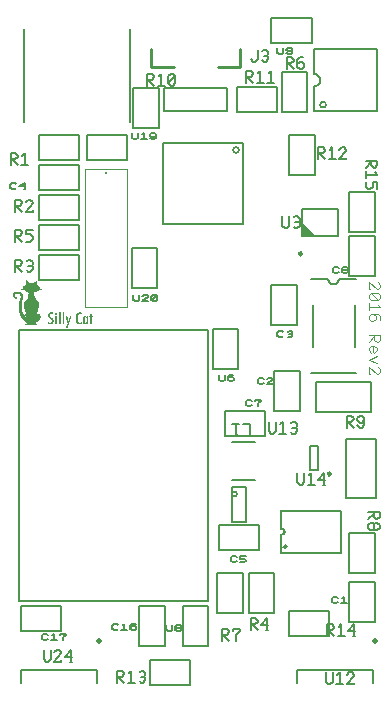
<source format=gbr>
G04 Generated by Ultiboard 14.0 *
%FSLAX24Y24*%
%MOIN*%

%ADD10C,0.0001*%
%ADD11C,0.0080*%
%ADD12C,0.0061*%
%ADD13C,0.0079*%
%ADD14C,0.0098*%
%ADD15C,0.0001*%
%ADD16C,0.0039*%
%ADD17C,0.0100*%
%ADD18C,0.0037*%
%ADD19C,0.01969*%
%ADD20C,0.01000*%


G04 ColorRGB FFFF00 for the following layer *
%LNSilkscreen Top*%
%LPD*%
G54D10*
G54D11*
X-20461Y28139D02*
X-20461Y25461D01*
X-23139Y25461D01*
X-23139Y28139D01*
X-20461Y28139D01*
X-20796Y27916D02*
G75*
D01*
G02X-20796Y27916I98J0*
G01*
X-19179Y15102D02*
X-19170Y15102D01*
X-19162Y15103D01*
X-19153Y15105D01*
X-19145Y15108D01*
X-19137Y15111D01*
X-19130Y15115D01*
X-19122Y15119D01*
X-19115Y15125D01*
X-19109Y15130D01*
X-19103Y15137D01*
X-19098Y15144D01*
X-19094Y15151D01*
X-19090Y15158D01*
X-19086Y15166D01*
X-19084Y15175D01*
X-19082Y15183D01*
X-19081Y15191D01*
X-19080Y15200D01*
X-19081Y15209D01*
X-19082Y15217D01*
X-19084Y15225D01*
X-19086Y15234D01*
X-19090Y15242D01*
X-19094Y15249D01*
X-19098Y15256D01*
X-19103Y15263D01*
X-19109Y15270D01*
X-19115Y15275D01*
X-19122Y15281D01*
X-19130Y15285D01*
X-19137Y15289D01*
X-19145Y15292D01*
X-19153Y15295D01*
X-19162Y15297D01*
X-19170Y15298D01*
X-19179Y15298D01*
X-19118Y14700D02*
G75*
D01*
G02X-19118Y14700I59J0*
G01*
X-19200Y15900D02*
X-17200Y15900D01*
X-19200Y14500D02*
X-17200Y14500D01*
X-19200Y15106D02*
X-19200Y14500D01*
X-19200Y15906D02*
X-19200Y15300D01*
X-17200Y14491D02*
X-17200Y15900D01*
X-27950Y12872D02*
X-21650Y12872D01*
X-21650Y21928D01*
X-27950Y21928D01*
X-27950Y12872D01*
X-21000Y29974D02*
X-23087Y29974D01*
X-23087Y29226D01*
X-21000Y29226D01*
X-21000Y29974D01*
X-28061Y24867D02*
X-28061Y25261D01*
X-27904Y25261D01*
X-27826Y25182D01*
X-27826Y25143D01*
X-27904Y25064D01*
X-28061Y25064D01*
X-28022Y25064D02*
X-27826Y24867D01*
X-27473Y25261D02*
X-27708Y25261D01*
X-27708Y25103D01*
X-27551Y25103D01*
X-27473Y25024D01*
X-27473Y24946D01*
X-27551Y24867D01*
X-27708Y24867D01*
X-25927Y24590D02*
X-27260Y24590D01*
X-27260Y25423D02*
X-25927Y25423D01*
X-27260Y24590D02*
X-27260Y25423D01*
X-25927Y25423D02*
X-25927Y24590D01*
X-28061Y23867D02*
X-28061Y24261D01*
X-27904Y24261D01*
X-27826Y24182D01*
X-27826Y24143D01*
X-27904Y24064D01*
X-28061Y24064D01*
X-28022Y24064D02*
X-27826Y23867D01*
X-27669Y24221D02*
X-27630Y24261D01*
X-27551Y24261D01*
X-27473Y24182D01*
X-27473Y24103D01*
X-27512Y24064D01*
X-27473Y24024D01*
X-27473Y23946D01*
X-27551Y23867D01*
X-27630Y23867D01*
X-27669Y23906D01*
X-27630Y24064D02*
X-27512Y24064D01*
X-25927Y23590D02*
X-27260Y23590D01*
X-27260Y24423D02*
X-25927Y24423D01*
X-27260Y23590D02*
X-27260Y24423D01*
X-25927Y24423D02*
X-25927Y23590D01*
X-28061Y25867D02*
X-28061Y26261D01*
X-27904Y26261D01*
X-27826Y26182D01*
X-27826Y26143D01*
X-27904Y26064D01*
X-28061Y26064D01*
X-28022Y26064D02*
X-27826Y25867D01*
X-27708Y26182D02*
X-27630Y26261D01*
X-27551Y26261D01*
X-27473Y26182D01*
X-27473Y26143D01*
X-27708Y25867D01*
X-27473Y25867D01*
X-27473Y25906D01*
X-25927Y25590D02*
X-27260Y25590D01*
X-27260Y26423D02*
X-25927Y26423D01*
X-27260Y25590D02*
X-27260Y26423D01*
X-25927Y26423D02*
X-25927Y25590D01*
X-27752Y31960D02*
X-27752Y28850D01*
X-24248Y31960D02*
X-24248Y28850D01*
X-28211Y27417D02*
X-28211Y27811D01*
X-28054Y27811D01*
X-27976Y27732D01*
X-27976Y27693D01*
X-28054Y27614D01*
X-28211Y27614D01*
X-28172Y27614D02*
X-27976Y27417D01*
X-27819Y27732D02*
X-27741Y27811D01*
X-27741Y27417D01*
X-27858Y27417D02*
X-27623Y27417D01*
X-25942Y27583D02*
X-27275Y27583D01*
X-27275Y28417D02*
X-25942Y28417D01*
X-27275Y27583D02*
X-27275Y28417D01*
X-25942Y28417D02*
X-25942Y27583D01*
X-28017Y26668D02*
X-28083Y26627D01*
X-28150Y26627D01*
X-28217Y26668D01*
X-28217Y26789D01*
X-28150Y26830D01*
X-28083Y26830D01*
X-28017Y26789D01*
X-27717Y26708D02*
X-27917Y26708D01*
X-27750Y26830D01*
X-27750Y26627D01*
X-27783Y26627D02*
X-27717Y26627D01*
X-27257Y27424D02*
X-25923Y27424D01*
X-25923Y26591D02*
X-27257Y26591D01*
X-25923Y27424D02*
X-25923Y26591D01*
X-27257Y26591D02*
X-27257Y27424D01*
X-20211Y11917D02*
X-20211Y12311D01*
X-20054Y12311D01*
X-19976Y12232D01*
X-19976Y12193D01*
X-20054Y12114D01*
X-20211Y12114D01*
X-20172Y12114D02*
X-19976Y11917D01*
X-19623Y12074D02*
X-19858Y12074D01*
X-19662Y12311D01*
X-19662Y11917D01*
X-19701Y11917D02*
X-19623Y11917D01*
X-20267Y12492D02*
X-20267Y13825D01*
X-19433Y13825D02*
X-19433Y12492D01*
X-20267Y13825D02*
X-19433Y13825D01*
X-19433Y12492D02*
X-20267Y12492D01*
X-17011Y18667D02*
X-17011Y19061D01*
X-16854Y19061D01*
X-16776Y18982D01*
X-16776Y18943D01*
X-16854Y18864D01*
X-17011Y18864D01*
X-16972Y18864D02*
X-16776Y18667D01*
X-16658Y18746D02*
X-16580Y18667D01*
X-16501Y18667D01*
X-16423Y18746D01*
X-16423Y18903D01*
X-16423Y18982D01*
X-16501Y19061D01*
X-16580Y19061D01*
X-16658Y18982D01*
X-16658Y18903D01*
X-16580Y18824D01*
X-16501Y18824D01*
X-16423Y18903D01*
X-16193Y19200D02*
X-18027Y19200D01*
X-18027Y20200D02*
X-16193Y20200D01*
X-18027Y19200D02*
X-18027Y20200D01*
X-16193Y20200D02*
X-16193Y19200D01*
X-24117Y23080D02*
X-24117Y22918D01*
X-24050Y22877D01*
X-23983Y22877D01*
X-23917Y22918D01*
X-23917Y23080D01*
X-23817Y23039D02*
X-23750Y23080D01*
X-23683Y23080D01*
X-23617Y23039D01*
X-23617Y23019D01*
X-23817Y22877D01*
X-23617Y22877D01*
X-23617Y22898D01*
X-23517Y23039D02*
X-23450Y23080D01*
X-23383Y23080D01*
X-23317Y23039D01*
X-23317Y22918D01*
X-23383Y22877D01*
X-23450Y22877D01*
X-23517Y22918D01*
X-23517Y23039D01*
X-23317Y23039D02*
X-23517Y22918D01*
X-23333Y24667D02*
X-23333Y23333D01*
X-24167Y23333D02*
X-24167Y24667D01*
X-23333Y23333D02*
X-24167Y23333D01*
X-24167Y24667D02*
X-23333Y24667D01*
X-16050Y16316D02*
X-16050Y18284D01*
X-17050Y18284D01*
X-17050Y16316D01*
X-16050Y16316D01*
X-21161Y11567D02*
X-21161Y11961D01*
X-21004Y11961D01*
X-20926Y11882D01*
X-20926Y11843D01*
X-21004Y11764D01*
X-21161Y11764D01*
X-21122Y11764D02*
X-20926Y11567D01*
X-20691Y11567D02*
X-20691Y11764D01*
X-20573Y11882D01*
X-20573Y11961D01*
X-20808Y11961D01*
X-20808Y11882D01*
X-21317Y12492D02*
X-21317Y13825D01*
X-20483Y13825D02*
X-20483Y12492D01*
X-21317Y13825D02*
X-20483Y13825D01*
X-20483Y12492D02*
X-21317Y12492D01*
X-23661Y30067D02*
X-23661Y30461D01*
X-23504Y30461D01*
X-23426Y30382D01*
X-23426Y30343D01*
X-23504Y30264D01*
X-23661Y30264D01*
X-23622Y30264D02*
X-23426Y30067D01*
X-23269Y30382D02*
X-23191Y30461D01*
X-23191Y30067D01*
X-23308Y30067D02*
X-23073Y30067D01*
X-22955Y30382D02*
X-22877Y30461D01*
X-22799Y30461D01*
X-22720Y30382D01*
X-22720Y30146D01*
X-22799Y30067D01*
X-22877Y30067D01*
X-22955Y30146D01*
X-22955Y30382D01*
X-22720Y30382D02*
X-22955Y30146D01*
X-24117Y28642D02*
X-24117Y29975D01*
X-23283Y29975D02*
X-23283Y28642D01*
X-24117Y29975D02*
X-23283Y29975D01*
X-23283Y28642D02*
X-24117Y28642D01*
X-18198Y20475D02*
X-16702Y20475D01*
X-17627Y23625D02*
X-17626Y23609D01*
X-17624Y23594D01*
X-17621Y23579D01*
X-17616Y23564D01*
X-17611Y23550D01*
X-17603Y23536D01*
X-17595Y23523D01*
X-17586Y23511D01*
X-17575Y23500D01*
X-17564Y23489D01*
X-17552Y23480D01*
X-17539Y23471D01*
X-17525Y23464D01*
X-17511Y23458D01*
X-17496Y23454D01*
X-17481Y23450D01*
X-17465Y23448D01*
X-17450Y23448D01*
X-17435Y23448D01*
X-17419Y23450D01*
X-17404Y23454D01*
X-17389Y23458D01*
X-17375Y23464D01*
X-17361Y23471D01*
X-17348Y23480D01*
X-17336Y23489D01*
X-17325Y23500D01*
X-17314Y23511D01*
X-17305Y23523D01*
X-17297Y23536D01*
X-17289Y23550D01*
X-17284Y23564D01*
X-17279Y23579D01*
X-17276Y23594D01*
X-17274Y23609D01*
X-17273Y23625D01*
X-16702Y23625D02*
X-17273Y23625D01*
X-17627Y23625D02*
X-18198Y23625D01*
X-16750Y22750D02*
X-16750Y21350D01*
X-18150Y22750D02*
X-18150Y21350D01*
X-18090Y29210D02*
X-16010Y29210D01*
X-16010Y31290D01*
X-18090Y31290D01*
X-17898Y29433D02*
G75*
D01*
G02X-17898Y29433I98J0*
G01*
X-18090Y30053D02*
X-18073Y30054D01*
X-18056Y30056D01*
X-18039Y30060D01*
X-18023Y30065D01*
X-18007Y30072D01*
X-17992Y30080D01*
X-17977Y30089D01*
X-17963Y30099D01*
X-17951Y30111D01*
X-17939Y30123D01*
X-17929Y30137D01*
X-17919Y30152D01*
X-17912Y30167D01*
X-17905Y30183D01*
X-17900Y30199D01*
X-17896Y30216D01*
X-17894Y30233D01*
X-17893Y30250D01*
X-17894Y30267D01*
X-17896Y30284D01*
X-17900Y30301D01*
X-17905Y30317D01*
X-17912Y30333D01*
X-17919Y30348D01*
X-17929Y30363D01*
X-17939Y30377D01*
X-17951Y30389D01*
X-17963Y30401D01*
X-17977Y30411D01*
X-17992Y30420D01*
X-18007Y30428D01*
X-18023Y30435D01*
X-18039Y30440D01*
X-18056Y30444D01*
X-18073Y30446D01*
X-18090Y30447D01*
X-18090Y31290D02*
X-18090Y30447D01*
X-18090Y30053D02*
X-18090Y29210D01*
X-24167Y28480D02*
X-24167Y28318D01*
X-24100Y28277D01*
X-24033Y28277D01*
X-23967Y28318D01*
X-23967Y28480D01*
X-23833Y28439D02*
X-23767Y28480D01*
X-23767Y28277D01*
X-23867Y28277D02*
X-23667Y28277D01*
X-23567Y28318D02*
X-23500Y28277D01*
X-23433Y28277D01*
X-23367Y28318D01*
X-23367Y28399D01*
X-23367Y28439D01*
X-23433Y28480D01*
X-23500Y28480D01*
X-23567Y28439D01*
X-23567Y28399D01*
X-23500Y28358D01*
X-23433Y28358D01*
X-23367Y28399D01*
X-25667Y28417D02*
X-24333Y28417D01*
X-24333Y27583D02*
X-25667Y27583D01*
X-24333Y28417D02*
X-24333Y27583D01*
X-25667Y27583D02*
X-25667Y28417D01*
X-17711Y10511D02*
X-17711Y10196D01*
X-17632Y10117D01*
X-17553Y10117D01*
X-17474Y10196D01*
X-17474Y10511D01*
X-17317Y10432D02*
X-17238Y10511D01*
X-17238Y10117D01*
X-17356Y10117D02*
X-17120Y10117D01*
X-17002Y10432D02*
X-16923Y10511D01*
X-16844Y10511D01*
X-16766Y10432D01*
X-16766Y10393D01*
X-17002Y10117D01*
X-16766Y10117D01*
X-16766Y10156D01*
X-23017Y12080D02*
X-23017Y11918D01*
X-22950Y11877D01*
X-22883Y11877D01*
X-22817Y11918D01*
X-22817Y12080D01*
X-22583Y11877D02*
X-22650Y11877D01*
X-22717Y11918D01*
X-22717Y11958D01*
X-22683Y11979D01*
X-22717Y11999D01*
X-22717Y12039D01*
X-22650Y12080D01*
X-22583Y12080D01*
X-22517Y12039D01*
X-22517Y11999D01*
X-22550Y11979D01*
X-22517Y11958D01*
X-22517Y11918D01*
X-22583Y11877D01*
X-22683Y11979D02*
X-22550Y11979D01*
X-22467Y11383D02*
X-22467Y12717D01*
X-21633Y12717D02*
X-21633Y11383D01*
X-22467Y12717D02*
X-21633Y12717D01*
X-21633Y11383D02*
X-22467Y11383D01*
X-24617Y11968D02*
X-24683Y11927D01*
X-24750Y11927D01*
X-24817Y11968D01*
X-24817Y12089D01*
X-24750Y12130D01*
X-24683Y12130D01*
X-24617Y12089D01*
X-24483Y12089D02*
X-24417Y12130D01*
X-24417Y11927D01*
X-24517Y11927D02*
X-24317Y11927D01*
X-24050Y12130D02*
X-24150Y12130D01*
X-24217Y12089D01*
X-24217Y12008D01*
X-24217Y11968D01*
X-24150Y11927D01*
X-24083Y11927D01*
X-24017Y11968D01*
X-24017Y12008D01*
X-24083Y12049D01*
X-24150Y12049D01*
X-24217Y12008D01*
X-23917Y11383D02*
X-23917Y12717D01*
X-23083Y12717D02*
X-23083Y11383D01*
X-23917Y12717D02*
X-23083Y12717D01*
X-23083Y11383D02*
X-23917Y11383D01*
X-26967Y11618D02*
X-27033Y11577D01*
X-27100Y11577D01*
X-27167Y11618D01*
X-27167Y11739D01*
X-27100Y11780D01*
X-27033Y11780D01*
X-26967Y11739D01*
X-26833Y11739D02*
X-26767Y11780D01*
X-26767Y11577D01*
X-26867Y11577D02*
X-26667Y11577D01*
X-26467Y11577D02*
X-26467Y11679D01*
X-26367Y11739D01*
X-26367Y11780D01*
X-26567Y11780D01*
X-26567Y11739D01*
X-26533Y11883D02*
X-27867Y11883D01*
X-27867Y12717D02*
X-26533Y12717D01*
X-27867Y11883D02*
X-27867Y12717D01*
X-26533Y12717D02*
X-26533Y11883D01*
X-27111Y11261D02*
X-27111Y10946D01*
X-27032Y10867D01*
X-26953Y10867D01*
X-26874Y10946D01*
X-26874Y11261D01*
X-26756Y11182D02*
X-26678Y11261D01*
X-26599Y11261D01*
X-26520Y11182D01*
X-26520Y11143D01*
X-26756Y10867D01*
X-26520Y10867D01*
X-26520Y10906D01*
X-26166Y11024D02*
X-26402Y11024D01*
X-26205Y11261D01*
X-26205Y10867D01*
X-26244Y10867D02*
X-26166Y10867D01*
X-17661Y11717D02*
X-17661Y12111D01*
X-17504Y12111D01*
X-17426Y12032D01*
X-17426Y11993D01*
X-17504Y11914D01*
X-17661Y11914D01*
X-17622Y11914D02*
X-17426Y11717D01*
X-17269Y12032D02*
X-17191Y12111D01*
X-17191Y11717D01*
X-17308Y11717D02*
X-17073Y11717D01*
X-16720Y11874D02*
X-16955Y11874D01*
X-16759Y12111D01*
X-16759Y11717D01*
X-16799Y11717D02*
X-16720Y11717D01*
X-17592Y11733D02*
X-18925Y11733D01*
X-18925Y12567D02*
X-17592Y12567D01*
X-18925Y11733D02*
X-18925Y12567D01*
X-17592Y12567D02*
X-17592Y11733D01*
X-24661Y10167D02*
X-24661Y10561D01*
X-24504Y10561D01*
X-24426Y10482D01*
X-24426Y10443D01*
X-24504Y10364D01*
X-24661Y10364D01*
X-24622Y10364D02*
X-24426Y10167D01*
X-24269Y10482D02*
X-24191Y10561D01*
X-24191Y10167D01*
X-24308Y10167D02*
X-24073Y10167D01*
X-23916Y10521D02*
X-23877Y10561D01*
X-23799Y10561D01*
X-23720Y10482D01*
X-23720Y10403D01*
X-23759Y10364D01*
X-23720Y10324D01*
X-23720Y10246D01*
X-23799Y10167D01*
X-23877Y10167D01*
X-23916Y10206D01*
X-23877Y10364D02*
X-23759Y10364D01*
X-23558Y10917D02*
X-22225Y10917D01*
X-22225Y10083D02*
X-23558Y10083D01*
X-22225Y10917D02*
X-22225Y10083D01*
X-23558Y10083D02*
X-23558Y10917D01*
X-19317Y31330D02*
X-19317Y31168D01*
X-19250Y31127D01*
X-19183Y31127D01*
X-19117Y31168D01*
X-19117Y31330D01*
X-19017Y31168D02*
X-18950Y31127D01*
X-18883Y31127D01*
X-18817Y31168D01*
X-18817Y31249D01*
X-18817Y31289D01*
X-18883Y31330D01*
X-18950Y31330D01*
X-19017Y31289D01*
X-19017Y31249D01*
X-18950Y31208D01*
X-18883Y31208D01*
X-18817Y31249D01*
X-18183Y31483D02*
X-19517Y31483D01*
X-19517Y32317D02*
X-18183Y32317D01*
X-19517Y31483D02*
X-19517Y32317D01*
X-18183Y32317D02*
X-18183Y31483D01*
X-21267Y20430D02*
X-21267Y20268D01*
X-21200Y20227D01*
X-21133Y20227D01*
X-21067Y20268D01*
X-21067Y20430D01*
X-20800Y20430D02*
X-20900Y20430D01*
X-20967Y20389D01*
X-20967Y20308D01*
X-20967Y20268D01*
X-20900Y20227D01*
X-20833Y20227D01*
X-20767Y20268D01*
X-20767Y20308D01*
X-20833Y20349D01*
X-20900Y20349D01*
X-20967Y20308D01*
X-21467Y20633D02*
X-21467Y21967D01*
X-20633Y21967D02*
X-20633Y20633D01*
X-21467Y21967D02*
X-20633Y21967D01*
X-20633Y20633D02*
X-21467Y20633D01*
X-19117Y21718D02*
X-19183Y21677D01*
X-19250Y21677D01*
X-19317Y21718D01*
X-19317Y21839D01*
X-19250Y21880D01*
X-19183Y21880D01*
X-19117Y21839D01*
X-18983Y21860D02*
X-18950Y21880D01*
X-18883Y21880D01*
X-18817Y21839D01*
X-18817Y21799D01*
X-18850Y21779D01*
X-18817Y21758D01*
X-18817Y21718D01*
X-18883Y21677D01*
X-18950Y21677D01*
X-18983Y21698D01*
X-18950Y21779D02*
X-18850Y21779D01*
X-18683Y23417D02*
X-18683Y22083D01*
X-19517Y22083D02*
X-19517Y23417D01*
X-18683Y22083D02*
X-19517Y22083D01*
X-19517Y23417D02*
X-18683Y23417D01*
X-17965Y27613D02*
X-17965Y28007D01*
X-17809Y28007D01*
X-17730Y27928D01*
X-17730Y27889D01*
X-17809Y27810D01*
X-17965Y27810D01*
X-17926Y27810D02*
X-17730Y27613D01*
X-17574Y27928D02*
X-17495Y28007D01*
X-17495Y27613D01*
X-17613Y27613D02*
X-17378Y27613D01*
X-17260Y27928D02*
X-17182Y28007D01*
X-17103Y28007D01*
X-17025Y27928D01*
X-17025Y27889D01*
X-17260Y27613D01*
X-17025Y27613D01*
X-17025Y27653D01*
X-18917Y27092D02*
X-18917Y28425D01*
X-18083Y28425D02*
X-18083Y27092D01*
X-18917Y28425D02*
X-18083Y28425D01*
X-18083Y27092D02*
X-18917Y27092D01*
X-17308Y12860D02*
X-17375Y12819D01*
X-17442Y12819D01*
X-17508Y12860D01*
X-17508Y12981D01*
X-17442Y13021D01*
X-17375Y13021D01*
X-17308Y12981D01*
X-17175Y12981D02*
X-17108Y13021D01*
X-17108Y12819D01*
X-17208Y12819D02*
X-17008Y12819D01*
X-16917Y12183D02*
X-16917Y13517D01*
X-16083Y13517D02*
X-16083Y12183D01*
X-16917Y13517D02*
X-16083Y13517D01*
X-16083Y12183D02*
X-16917Y12183D01*
X-16305Y15838D02*
X-15911Y15838D01*
X-15911Y15681D01*
X-15990Y15603D01*
X-16029Y15603D01*
X-16108Y15681D01*
X-16108Y15838D01*
X-16108Y15799D02*
X-16305Y15603D01*
X-16305Y15328D02*
X-16305Y15407D01*
X-16226Y15485D01*
X-16147Y15485D01*
X-16108Y15446D01*
X-16069Y15485D01*
X-15990Y15485D01*
X-15911Y15407D01*
X-15911Y15328D01*
X-15990Y15250D01*
X-16069Y15250D01*
X-16108Y15289D01*
X-16147Y15250D01*
X-16226Y15250D01*
X-16305Y15328D01*
X-16108Y15446D02*
X-16108Y15289D01*
X-16083Y15158D02*
X-16083Y13825D01*
X-16917Y13825D02*
X-16917Y15158D01*
X-16083Y13825D02*
X-16917Y13825D01*
X-16917Y15158D02*
X-16083Y15158D01*
X-20361Y30167D02*
X-20361Y30561D01*
X-20204Y30561D01*
X-20126Y30482D01*
X-20126Y30443D01*
X-20204Y30364D01*
X-20361Y30364D01*
X-20322Y30364D02*
X-20126Y30167D01*
X-19969Y30482D02*
X-19891Y30561D01*
X-19891Y30167D01*
X-20008Y30167D02*
X-19773Y30167D01*
X-19616Y30482D02*
X-19538Y30561D01*
X-19538Y30167D01*
X-19655Y30167D02*
X-19420Y30167D01*
X-19342Y29183D02*
X-20675Y29183D01*
X-20675Y30017D02*
X-19342Y30017D01*
X-20675Y29183D02*
X-20675Y30017D01*
X-19342Y30017D02*
X-19342Y29183D01*
X-17267Y23868D02*
X-17333Y23827D01*
X-17400Y23827D01*
X-17467Y23868D01*
X-17467Y23989D01*
X-17400Y24030D01*
X-17333Y24030D01*
X-17267Y23989D01*
X-17033Y23827D02*
X-17100Y23827D01*
X-17167Y23868D01*
X-17167Y23908D01*
X-17133Y23929D01*
X-17167Y23949D01*
X-17167Y23989D01*
X-17100Y24030D01*
X-17033Y24030D01*
X-16967Y23989D01*
X-16967Y23949D01*
X-17000Y23929D01*
X-16967Y23908D01*
X-16967Y23868D01*
X-17033Y23827D01*
X-17133Y23929D02*
X-17000Y23929D01*
X-16917Y23733D02*
X-16917Y25067D01*
X-16083Y25067D02*
X-16083Y23733D01*
X-16917Y25067D02*
X-16083Y25067D01*
X-16083Y23733D02*
X-16917Y23733D01*
X-20836Y16671D02*
X-20836Y15529D01*
X-20364Y15529D01*
X-20364Y16671D01*
X-20825Y16453D02*
G75*
D01*
G02X-20825Y16453I79J0*
G01*
X-20364Y16671D02*
X-20836Y16671D01*
X-20667Y14218D02*
X-20733Y14177D01*
X-20800Y14177D01*
X-20867Y14218D01*
X-20867Y14339D01*
X-20800Y14380D01*
X-20733Y14380D01*
X-20667Y14339D01*
X-20367Y14380D02*
X-20567Y14380D01*
X-20567Y14299D01*
X-20433Y14299D01*
X-20367Y14258D01*
X-20367Y14218D01*
X-20433Y14177D01*
X-20567Y14177D01*
X-21267Y15417D02*
X-19933Y15417D01*
X-19933Y14583D02*
X-21267Y14583D01*
X-19933Y15417D02*
X-19933Y14583D01*
X-21267Y14583D02*
X-21267Y15417D01*
X-19011Y30617D02*
X-19011Y31011D01*
X-18854Y31011D01*
X-18776Y30932D01*
X-18776Y30893D01*
X-18854Y30814D01*
X-19011Y30814D01*
X-18972Y30814D02*
X-18776Y30617D01*
X-18462Y31011D02*
X-18580Y31011D01*
X-18658Y30932D01*
X-18658Y30774D01*
X-18658Y30696D01*
X-18580Y30617D01*
X-18501Y30617D01*
X-18423Y30696D01*
X-18423Y30774D01*
X-18501Y30853D01*
X-18580Y30853D01*
X-18658Y30774D01*
X-19167Y29192D02*
X-19167Y30525D01*
X-18333Y30525D02*
X-18333Y29192D01*
X-19167Y30525D02*
X-18333Y30525D01*
X-18333Y29192D02*
X-19167Y29192D01*
X-16383Y27561D02*
X-15989Y27561D01*
X-15989Y27404D01*
X-16068Y27326D01*
X-16107Y27326D01*
X-16186Y27404D01*
X-16186Y27561D01*
X-16186Y27522D02*
X-16383Y27326D01*
X-16068Y27169D02*
X-15989Y27091D01*
X-16383Y27091D01*
X-16383Y27208D02*
X-16383Y26973D01*
X-15989Y26620D02*
X-15989Y26855D01*
X-16147Y26855D01*
X-16147Y26699D01*
X-16226Y26620D01*
X-16304Y26620D01*
X-16383Y26699D01*
X-16383Y26855D01*
X-16917Y25192D02*
X-16917Y26525D01*
X-16083Y26525D02*
X-16083Y25192D01*
X-16917Y26525D02*
X-16083Y26525D01*
X-16083Y25192D02*
X-16917Y25192D01*
X-20167Y19418D02*
X-20233Y19377D01*
X-20300Y19377D01*
X-20367Y19418D01*
X-20367Y19539D01*
X-20300Y19580D01*
X-20233Y19580D01*
X-20167Y19539D01*
X-19967Y19377D02*
X-19967Y19479D01*
X-19867Y19539D01*
X-19867Y19580D01*
X-20067Y19580D01*
X-20067Y19539D01*
X-19733Y18383D02*
X-21067Y18383D01*
X-21067Y19217D02*
X-19733Y19217D01*
X-21067Y18383D02*
X-21067Y19217D01*
X-19733Y19217D02*
X-19733Y18383D01*
X-19767Y20168D02*
X-19833Y20127D01*
X-19900Y20127D01*
X-19967Y20168D01*
X-19967Y20289D01*
X-19900Y20330D01*
X-19833Y20330D01*
X-19767Y20289D01*
X-19667Y20289D02*
X-19600Y20330D01*
X-19533Y20330D01*
X-19467Y20289D01*
X-19467Y20269D01*
X-19667Y20127D01*
X-19467Y20127D01*
X-19467Y20148D01*
X-18583Y20567D02*
X-18583Y19233D01*
X-19417Y19233D02*
X-19417Y20567D01*
X-18583Y19233D02*
X-19417Y19233D01*
X-19417Y20567D02*
X-18583Y20567D01*
G54D12*
X-18661Y17161D02*
X-18661Y16846D01*
X-18582Y16767D01*
X-18504Y16767D01*
X-18426Y16846D01*
X-18426Y17161D01*
X-18269Y17082D02*
X-18190Y17161D01*
X-18190Y16767D01*
X-18308Y16767D02*
X-18073Y16767D01*
X-17720Y16924D02*
X-17955Y16924D01*
X-17759Y17161D01*
X-17759Y16767D01*
X-17799Y16767D02*
X-17720Y16767D01*
X-20211Y30946D02*
X-20132Y30867D01*
X-20054Y30867D01*
X-19976Y30946D01*
X-19976Y31261D01*
X-19819Y31221D02*
X-19780Y31261D01*
X-19701Y31261D01*
X-19623Y31182D01*
X-19623Y31103D01*
X-19662Y31064D01*
X-19623Y31024D01*
X-19623Y30946D01*
X-19701Y30867D01*
X-19780Y30867D01*
X-19819Y30906D01*
X-19780Y31064D02*
X-19662Y31064D01*
X-19161Y25711D02*
X-19161Y25396D01*
X-19082Y25317D01*
X-19004Y25317D01*
X-18926Y25396D01*
X-18926Y25711D01*
X-18769Y25671D02*
X-18730Y25711D01*
X-18651Y25711D01*
X-18573Y25632D01*
X-18573Y25553D01*
X-18612Y25514D01*
X-18573Y25474D01*
X-18573Y25396D01*
X-18651Y25317D01*
X-18730Y25317D01*
X-18769Y25356D01*
X-18730Y25514D02*
X-18612Y25514D01*
X-19611Y18861D02*
X-19611Y18546D01*
X-19532Y18467D01*
X-19454Y18467D01*
X-19376Y18546D01*
X-19376Y18861D01*
X-19219Y18782D02*
X-19140Y18861D01*
X-19140Y18467D01*
X-19258Y18467D02*
X-19023Y18467D01*
X-18866Y18821D02*
X-18827Y18861D01*
X-18749Y18861D01*
X-18670Y18782D01*
X-18670Y18703D01*
X-18709Y18664D01*
X-18670Y18624D01*
X-18670Y18546D01*
X-18749Y18467D01*
X-18827Y18467D01*
X-18866Y18506D01*
X-18827Y18664D02*
X-18709Y18664D01*
X-20239Y18389D02*
X-20239Y18783D01*
X-20474Y18783D01*
X-20631Y18468D02*
X-20710Y18389D01*
X-20710Y18783D01*
X-20592Y18783D02*
X-20827Y18783D01*
G54D13*
X-17982Y18044D02*
X-18218Y18044D01*
X-18218Y17256D02*
X-17982Y17256D01*
X-17982Y18044D01*
X-18218Y18044D02*
X-18218Y17256D01*
X-18680Y10148D02*
X-18680Y10581D01*
X-16120Y10581D01*
X-16120Y10148D01*
X-27880Y10148D02*
X-27880Y10581D01*
X-25320Y10581D01*
X-25320Y10148D01*
X-17309Y25047D02*
X-17309Y25953D01*
X-18491Y25953D02*
X-18491Y25047D01*
X-17309Y25047D01*
X-18491Y25126D02*
X-18412Y25047D01*
X-18491Y25205D02*
X-18333Y25047D01*
X-18491Y25283D02*
X-18254Y25047D01*
X-18491Y25362D02*
X-18176Y25047D01*
X-18491Y25441D02*
X-18097Y25047D01*
X-17309Y25953D02*
X-18491Y25953D01*
X-20056Y18180D02*
X-20844Y18180D01*
X-20056Y16920D02*
X-20844Y16920D01*
X-20056Y16920D02*
X-20844Y16920D01*
G54D14*
X-17637Y17119D02*
G75*
D01*
G02X-17637Y17119I49J0*
G01*
X-18599Y24457D02*
G75*
D01*
G02X-18599Y24457I49J0*
G01*
G54D15*
G36*
X-27705Y23564D02*
X-27705Y23564D01*
X-27678Y23564D01*
X-27678Y23576D01*
X-27705Y23576D01*
X-27705Y23564D01*
D02*
G37*
G36*
X-27340Y23564D02*
X-27340Y23564D01*
X-27326Y23564D01*
X-27326Y23576D01*
X-27340Y23576D01*
X-27340Y23564D01*
D02*
G37*
G36*
X-27705Y23552D02*
X-27705Y23552D01*
X-27664Y23552D01*
X-27664Y23564D01*
X-27705Y23564D01*
X-27705Y23552D01*
D02*
G37*
G36*
X-27353Y23552D02*
X-27353Y23552D01*
X-27326Y23552D01*
X-27326Y23564D01*
X-27353Y23564D01*
X-27353Y23552D01*
D02*
G37*
G36*
X-27705Y23539D02*
X-27705Y23539D01*
X-27650Y23539D01*
X-27650Y23552D01*
X-27705Y23552D01*
X-27705Y23539D01*
D02*
G37*
G36*
X-27367Y23539D02*
X-27367Y23539D01*
X-27326Y23539D01*
X-27326Y23552D01*
X-27367Y23552D01*
X-27367Y23539D01*
D02*
G37*
G36*
X-27705Y23527D02*
X-27705Y23527D01*
X-27650Y23527D01*
X-27650Y23539D01*
X-27705Y23539D01*
X-27705Y23527D01*
D02*
G37*
G36*
X-27380Y23527D02*
X-27380Y23527D01*
X-27326Y23527D01*
X-27326Y23539D01*
X-27380Y23539D01*
X-27380Y23527D01*
D02*
G37*
G36*
X-27705Y23515D02*
X-27705Y23515D01*
X-27637Y23515D01*
X-27637Y23527D01*
X-27705Y23527D01*
X-27705Y23515D01*
D02*
G37*
G36*
X-27394Y23515D02*
X-27394Y23515D01*
X-27326Y23515D01*
X-27326Y23527D01*
X-27394Y23527D01*
X-27394Y23515D01*
D02*
G37*
G36*
X-27705Y23503D02*
X-27705Y23503D01*
X-27623Y23503D01*
X-27623Y23515D01*
X-27705Y23515D01*
X-27705Y23503D01*
D02*
G37*
G36*
X-27407Y23503D02*
X-27407Y23503D01*
X-27326Y23503D01*
X-27326Y23515D01*
X-27407Y23515D01*
X-27407Y23503D01*
D02*
G37*
G36*
X-27705Y23491D02*
X-27705Y23491D01*
X-27610Y23491D01*
X-27610Y23503D01*
X-27705Y23503D01*
X-27705Y23491D01*
D02*
G37*
G36*
X-27421Y23491D02*
X-27421Y23491D01*
X-27326Y23491D01*
X-27326Y23503D01*
X-27421Y23503D01*
X-27421Y23491D01*
D02*
G37*
G36*
X-27705Y23479D02*
X-27705Y23479D01*
X-27596Y23479D01*
X-27596Y23491D01*
X-27705Y23491D01*
X-27705Y23479D01*
D02*
G37*
G36*
X-27529Y23479D02*
X-27529Y23479D01*
X-27502Y23479D01*
X-27502Y23491D01*
X-27529Y23491D01*
X-27529Y23479D01*
D02*
G37*
G36*
X-27421Y23479D02*
X-27421Y23479D01*
X-27326Y23479D01*
X-27326Y23491D01*
X-27421Y23491D01*
X-27421Y23479D01*
D02*
G37*
G36*
X-27705Y23467D02*
X-27705Y23467D01*
X-27448Y23467D01*
X-27448Y23479D01*
X-27705Y23479D01*
X-27705Y23467D01*
D02*
G37*
G36*
X-27434Y23467D02*
X-27434Y23467D01*
X-27326Y23467D01*
X-27326Y23479D01*
X-27434Y23479D01*
X-27434Y23467D01*
D02*
G37*
G36*
X-27705Y23455D02*
X-27705Y23455D01*
X-27326Y23455D01*
X-27326Y23467D01*
X-27705Y23467D01*
X-27705Y23455D01*
D02*
G37*
G36*
X-27705Y23442D02*
X-27705Y23442D01*
X-27326Y23442D01*
X-27326Y23455D01*
X-27705Y23455D01*
X-27705Y23442D01*
D02*
G37*
G36*
X-27705Y23430D02*
X-27705Y23430D01*
X-27326Y23430D01*
X-27326Y23442D01*
X-27705Y23442D01*
X-27705Y23430D01*
D02*
G37*
G36*
X-27705Y23418D02*
X-27705Y23418D01*
X-27326Y23418D01*
X-27326Y23430D01*
X-27705Y23430D01*
X-27705Y23418D01*
D02*
G37*
G36*
X-27731Y23406D02*
X-27731Y23406D01*
X-27326Y23406D01*
X-27326Y23418D01*
X-27731Y23418D01*
X-27731Y23406D01*
D02*
G37*
G36*
X-27745Y23394D02*
X-27745Y23394D01*
X-27313Y23394D01*
X-27313Y23406D01*
X-27745Y23406D01*
X-27745Y23394D01*
D02*
G37*
G36*
X-27772Y23382D02*
X-27772Y23382D01*
X-27299Y23382D01*
X-27299Y23394D01*
X-27772Y23394D01*
X-27772Y23382D01*
D02*
G37*
G36*
X-27785Y23370D02*
X-27785Y23370D01*
X-27286Y23370D01*
X-27286Y23382D01*
X-27785Y23382D01*
X-27785Y23370D01*
D02*
G37*
G36*
X-27785Y23358D02*
X-27785Y23358D01*
X-27272Y23358D01*
X-27272Y23370D01*
X-27785Y23370D01*
X-27785Y23358D01*
D02*
G37*
G36*
X-27799Y23345D02*
X-27799Y23345D01*
X-27259Y23345D01*
X-27259Y23358D01*
X-27799Y23358D01*
X-27799Y23345D01*
D02*
G37*
G36*
X-27799Y23333D02*
X-27799Y23333D01*
X-27246Y23333D01*
X-27246Y23345D01*
X-27799Y23345D01*
X-27799Y23333D01*
D02*
G37*
G36*
X-27880Y23321D02*
X-27880Y23321D01*
X-27826Y23321D01*
X-27826Y23333D01*
X-27880Y23333D01*
X-27880Y23321D01*
D02*
G37*
G36*
X-27812Y23321D02*
X-27812Y23321D01*
X-27246Y23321D01*
X-27246Y23333D01*
X-27812Y23333D01*
X-27812Y23321D01*
D02*
G37*
G36*
X-27218Y23321D02*
X-27218Y23321D01*
X-27164Y23321D01*
X-27164Y23333D01*
X-27218Y23333D01*
X-27218Y23321D01*
D02*
G37*
G36*
X-27826Y23309D02*
X-27826Y23309D01*
X-27205Y23309D01*
X-27205Y23321D01*
X-27826Y23321D01*
X-27826Y23309D01*
D02*
G37*
G36*
X-27812Y23297D02*
X-27812Y23297D01*
X-27218Y23297D01*
X-27218Y23309D01*
X-27812Y23309D01*
X-27812Y23297D01*
D02*
G37*
G36*
X-27893Y23285D02*
X-27893Y23285D01*
X-27151Y23285D01*
X-27151Y23297D01*
X-27893Y23297D01*
X-27893Y23285D01*
D02*
G37*
G36*
X-27826Y23273D02*
X-27826Y23273D01*
X-27218Y23273D01*
X-27218Y23285D01*
X-27826Y23285D01*
X-27826Y23273D01*
D02*
G37*
G36*
X-27866Y23261D02*
X-27866Y23261D01*
X-27812Y23261D01*
X-27812Y23273D01*
X-27866Y23273D01*
X-27866Y23261D01*
D02*
G37*
G36*
X-27785Y23261D02*
X-27785Y23261D01*
X-27246Y23261D01*
X-27246Y23273D01*
X-27785Y23273D01*
X-27785Y23261D01*
D02*
G37*
G36*
X-27218Y23261D02*
X-27218Y23261D01*
X-27178Y23261D01*
X-27178Y23273D01*
X-27218Y23273D01*
X-27218Y23261D01*
D02*
G37*
G36*
X-27893Y23248D02*
X-27893Y23248D01*
X-27866Y23248D01*
X-27866Y23261D01*
X-27893Y23261D01*
X-27893Y23248D01*
D02*
G37*
G36*
X-27772Y23248D02*
X-27772Y23248D01*
X-27246Y23248D01*
X-27246Y23261D01*
X-27772Y23261D01*
X-27772Y23248D01*
D02*
G37*
G36*
X-27164Y23248D02*
X-27164Y23248D01*
X-27151Y23248D01*
X-27151Y23261D01*
X-27164Y23261D01*
X-27164Y23248D01*
D02*
G37*
G36*
X-27758Y23236D02*
X-27758Y23236D01*
X-27259Y23236D01*
X-27259Y23248D01*
X-27758Y23248D01*
X-27758Y23236D01*
D02*
G37*
G36*
X-27745Y23224D02*
X-27745Y23224D01*
X-27272Y23224D01*
X-27272Y23236D01*
X-27745Y23236D01*
X-27745Y23224D01*
D02*
G37*
G36*
X-27731Y23212D02*
X-27731Y23212D01*
X-27299Y23212D01*
X-27299Y23224D01*
X-27731Y23224D01*
X-27731Y23212D01*
D02*
G37*
G36*
X-27705Y23200D02*
X-27705Y23200D01*
X-27326Y23200D01*
X-27326Y23212D01*
X-27705Y23212D01*
X-27705Y23200D01*
D02*
G37*
G36*
X-28042Y23188D02*
X-28042Y23188D01*
X-27907Y23188D01*
X-27907Y23200D01*
X-28042Y23200D01*
X-28042Y23188D01*
D02*
G37*
G36*
X-27678Y23188D02*
X-27678Y23188D01*
X-27353Y23188D01*
X-27353Y23200D01*
X-27678Y23200D01*
X-27678Y23188D01*
D02*
G37*
G36*
X-28069Y23176D02*
X-28069Y23176D01*
X-27880Y23176D01*
X-27880Y23188D01*
X-28069Y23188D01*
X-28069Y23176D01*
D02*
G37*
G36*
X-27623Y23176D02*
X-27623Y23176D01*
X-27380Y23176D01*
X-27380Y23188D01*
X-27623Y23188D01*
X-27623Y23176D01*
D02*
G37*
G36*
X-28096Y23164D02*
X-28096Y23164D01*
X-27853Y23164D01*
X-27853Y23176D01*
X-28096Y23176D01*
X-28096Y23164D01*
D02*
G37*
G36*
X-27623Y23164D02*
X-27623Y23164D01*
X-27421Y23164D01*
X-27421Y23176D01*
X-27623Y23176D01*
X-27623Y23164D01*
D02*
G37*
G36*
X-28109Y23152D02*
X-28109Y23152D01*
X-27839Y23152D01*
X-27839Y23164D01*
X-28109Y23164D01*
X-28109Y23152D01*
D02*
G37*
G36*
X-27610Y23152D02*
X-27610Y23152D01*
X-27421Y23152D01*
X-27421Y23164D01*
X-27610Y23164D01*
X-27610Y23152D01*
D02*
G37*
G36*
X-28123Y23139D02*
X-28123Y23139D01*
X-27839Y23139D01*
X-27839Y23152D01*
X-28123Y23152D01*
X-28123Y23139D01*
D02*
G37*
G36*
X-27610Y23139D02*
X-27610Y23139D01*
X-27421Y23139D01*
X-27421Y23152D01*
X-27610Y23152D01*
X-27610Y23139D01*
D02*
G37*
G36*
X-28123Y23127D02*
X-28123Y23127D01*
X-27826Y23127D01*
X-27826Y23139D01*
X-28123Y23139D01*
X-28123Y23127D01*
D02*
G37*
G36*
X-27610Y23127D02*
X-27610Y23127D01*
X-27421Y23127D01*
X-27421Y23139D01*
X-27610Y23139D01*
X-27610Y23127D01*
D02*
G37*
G36*
X-28137Y23115D02*
X-28137Y23115D01*
X-28028Y23115D01*
X-28028Y23127D01*
X-28137Y23127D01*
X-28137Y23115D01*
D02*
G37*
G36*
X-27921Y23115D02*
X-27921Y23115D01*
X-27826Y23115D01*
X-27826Y23127D01*
X-27921Y23127D01*
X-27921Y23115D01*
D02*
G37*
G36*
X-27610Y23115D02*
X-27610Y23115D01*
X-27421Y23115D01*
X-27421Y23127D01*
X-27610Y23127D01*
X-27610Y23115D01*
D02*
G37*
G36*
X-28137Y23103D02*
X-28137Y23103D01*
X-28042Y23103D01*
X-28042Y23115D01*
X-28137Y23115D01*
X-28137Y23103D01*
D02*
G37*
G36*
X-27907Y23103D02*
X-27907Y23103D01*
X-27812Y23103D01*
X-27812Y23115D01*
X-27907Y23115D01*
X-27907Y23103D01*
D02*
G37*
G36*
X-27623Y23103D02*
X-27623Y23103D01*
X-27421Y23103D01*
X-27421Y23115D01*
X-27623Y23115D01*
X-27623Y23103D01*
D02*
G37*
G36*
X-28137Y23091D02*
X-28137Y23091D01*
X-28055Y23091D01*
X-28055Y23103D01*
X-28137Y23103D01*
X-28137Y23091D01*
D02*
G37*
G36*
X-27907Y23091D02*
X-27907Y23091D01*
X-27812Y23091D01*
X-27812Y23103D01*
X-27907Y23103D01*
X-27907Y23091D01*
D02*
G37*
G36*
X-27623Y23091D02*
X-27623Y23091D01*
X-27421Y23091D01*
X-27421Y23103D01*
X-27623Y23103D01*
X-27623Y23091D01*
D02*
G37*
G36*
X-28137Y23079D02*
X-28137Y23079D01*
X-28055Y23079D01*
X-28055Y23091D01*
X-28137Y23091D01*
X-28137Y23079D01*
D02*
G37*
G36*
X-27893Y23079D02*
X-27893Y23079D01*
X-27812Y23079D01*
X-27812Y23091D01*
X-27893Y23091D01*
X-27893Y23079D01*
D02*
G37*
G36*
X-27623Y23079D02*
X-27623Y23079D01*
X-27421Y23079D01*
X-27421Y23091D01*
X-27623Y23091D01*
X-27623Y23079D01*
D02*
G37*
G36*
X-28137Y23067D02*
X-28137Y23067D01*
X-28069Y23067D01*
X-28069Y23079D01*
X-28137Y23079D01*
X-28137Y23067D01*
D02*
G37*
G36*
X-27893Y23067D02*
X-27893Y23067D01*
X-27812Y23067D01*
X-27812Y23079D01*
X-27893Y23079D01*
X-27893Y23067D01*
D02*
G37*
G36*
X-27623Y23067D02*
X-27623Y23067D01*
X-27421Y23067D01*
X-27421Y23079D01*
X-27623Y23079D01*
X-27623Y23067D01*
D02*
G37*
G36*
X-28137Y23055D02*
X-28137Y23055D01*
X-28069Y23055D01*
X-28069Y23067D01*
X-28137Y23067D01*
X-28137Y23055D01*
D02*
G37*
G36*
X-27893Y23055D02*
X-27893Y23055D01*
X-27812Y23055D01*
X-27812Y23067D01*
X-27893Y23067D01*
X-27893Y23055D01*
D02*
G37*
G36*
X-27623Y23055D02*
X-27623Y23055D01*
X-27407Y23055D01*
X-27407Y23067D01*
X-27623Y23067D01*
X-27623Y23055D01*
D02*
G37*
G36*
X-28137Y23042D02*
X-28137Y23042D01*
X-28055Y23042D01*
X-28055Y23055D01*
X-28137Y23055D01*
X-28137Y23042D01*
D02*
G37*
G36*
X-27880Y23042D02*
X-27880Y23042D01*
X-27812Y23042D01*
X-27812Y23055D01*
X-27880Y23055D01*
X-27880Y23042D01*
D02*
G37*
G36*
X-27623Y23042D02*
X-27623Y23042D01*
X-27407Y23042D01*
X-27407Y23055D01*
X-27623Y23055D01*
X-27623Y23042D01*
D02*
G37*
G36*
X-28137Y23030D02*
X-28137Y23030D01*
X-28055Y23030D01*
X-28055Y23042D01*
X-28137Y23042D01*
X-28137Y23030D01*
D02*
G37*
G36*
X-27880Y23030D02*
X-27880Y23030D01*
X-27812Y23030D01*
X-27812Y23042D01*
X-27880Y23042D01*
X-27880Y23030D01*
D02*
G37*
G36*
X-27623Y23030D02*
X-27623Y23030D01*
X-27407Y23030D01*
X-27407Y23042D01*
X-27623Y23042D01*
X-27623Y23030D01*
D02*
G37*
G36*
X-28137Y23018D02*
X-28137Y23018D01*
X-28042Y23018D01*
X-28042Y23030D01*
X-28137Y23030D01*
X-28137Y23018D01*
D02*
G37*
G36*
X-27880Y23018D02*
X-27880Y23018D01*
X-27812Y23018D01*
X-27812Y23030D01*
X-27880Y23030D01*
X-27880Y23018D01*
D02*
G37*
G36*
X-27623Y23018D02*
X-27623Y23018D01*
X-27407Y23018D01*
X-27407Y23030D01*
X-27623Y23030D01*
X-27623Y23018D01*
D02*
G37*
G36*
X-28123Y23006D02*
X-28123Y23006D01*
X-28042Y23006D01*
X-28042Y23018D01*
X-28123Y23018D01*
X-28123Y23006D01*
D02*
G37*
G36*
X-27880Y23006D02*
X-27880Y23006D01*
X-27812Y23006D01*
X-27812Y23018D01*
X-27880Y23018D01*
X-27880Y23006D01*
D02*
G37*
G36*
X-27637Y23006D02*
X-27637Y23006D01*
X-27407Y23006D01*
X-27407Y23018D01*
X-27637Y23018D01*
X-27637Y23006D01*
D02*
G37*
G36*
X-28109Y22994D02*
X-28109Y22994D01*
X-28015Y22994D01*
X-28015Y23006D01*
X-28109Y23006D01*
X-28109Y22994D01*
D02*
G37*
G36*
X-27880Y22994D02*
X-27880Y22994D01*
X-27812Y22994D01*
X-27812Y23006D01*
X-27880Y23006D01*
X-27880Y22994D01*
D02*
G37*
G36*
X-27637Y22994D02*
X-27637Y22994D01*
X-27394Y22994D01*
X-27394Y23006D01*
X-27637Y23006D01*
X-27637Y22994D01*
D02*
G37*
G36*
X-28109Y22982D02*
X-28109Y22982D01*
X-28001Y22982D01*
X-28001Y22994D01*
X-28109Y22994D01*
X-28109Y22982D01*
D02*
G37*
G36*
X-27880Y22982D02*
X-27880Y22982D01*
X-27812Y22982D01*
X-27812Y22994D01*
X-27880Y22994D01*
X-27880Y22982D01*
D02*
G37*
G36*
X-27637Y22982D02*
X-27637Y22982D01*
X-27394Y22982D01*
X-27394Y22994D01*
X-27637Y22994D01*
X-27637Y22982D01*
D02*
G37*
G36*
X-28096Y22970D02*
X-28096Y22970D01*
X-27988Y22970D01*
X-27988Y22982D01*
X-28096Y22982D01*
X-28096Y22970D01*
D02*
G37*
G36*
X-27893Y22970D02*
X-27893Y22970D01*
X-27812Y22970D01*
X-27812Y22982D01*
X-27893Y22982D01*
X-27893Y22970D01*
D02*
G37*
G36*
X-27650Y22970D02*
X-27650Y22970D01*
X-27394Y22970D01*
X-27394Y22982D01*
X-27650Y22982D01*
X-27650Y22970D01*
D02*
G37*
G36*
X-28069Y22958D02*
X-28069Y22958D01*
X-27988Y22958D01*
X-27988Y22970D01*
X-28069Y22970D01*
X-28069Y22958D01*
D02*
G37*
G36*
X-27893Y22958D02*
X-27893Y22958D01*
X-27812Y22958D01*
X-27812Y22970D01*
X-27893Y22970D01*
X-27893Y22958D01*
D02*
G37*
G36*
X-27650Y22958D02*
X-27650Y22958D01*
X-27380Y22958D01*
X-27380Y22970D01*
X-27650Y22970D01*
X-27650Y22958D01*
D02*
G37*
G36*
X-28042Y22945D02*
X-28042Y22945D01*
X-28001Y22945D01*
X-28001Y22958D01*
X-28042Y22958D01*
X-28042Y22945D01*
D02*
G37*
G36*
X-27893Y22945D02*
X-27893Y22945D01*
X-27812Y22945D01*
X-27812Y22958D01*
X-27893Y22958D01*
X-27893Y22945D01*
D02*
G37*
G36*
X-27664Y22945D02*
X-27664Y22945D01*
X-27380Y22945D01*
X-27380Y22958D01*
X-27664Y22958D01*
X-27664Y22945D01*
D02*
G37*
G36*
X-27893Y22933D02*
X-27893Y22933D01*
X-27812Y22933D01*
X-27812Y22945D01*
X-27893Y22945D01*
X-27893Y22933D01*
D02*
G37*
G36*
X-27664Y22933D02*
X-27664Y22933D01*
X-27367Y22933D01*
X-27367Y22945D01*
X-27664Y22945D01*
X-27664Y22933D01*
D02*
G37*
G36*
X-27893Y22921D02*
X-27893Y22921D01*
X-27812Y22921D01*
X-27812Y22933D01*
X-27893Y22933D01*
X-27893Y22921D01*
D02*
G37*
G36*
X-27678Y22921D02*
X-27678Y22921D01*
X-27367Y22921D01*
X-27367Y22933D01*
X-27678Y22933D01*
X-27678Y22921D01*
D02*
G37*
G36*
X-27907Y22909D02*
X-27907Y22909D01*
X-27812Y22909D01*
X-27812Y22921D01*
X-27907Y22921D01*
X-27907Y22909D01*
D02*
G37*
G36*
X-27678Y22909D02*
X-27678Y22909D01*
X-27353Y22909D01*
X-27353Y22921D01*
X-27678Y22921D01*
X-27678Y22909D01*
D02*
G37*
G36*
X-27907Y22897D02*
X-27907Y22897D01*
X-27826Y22897D01*
X-27826Y22909D01*
X-27907Y22909D01*
X-27907Y22897D01*
D02*
G37*
G36*
X-27691Y22897D02*
X-27691Y22897D01*
X-27340Y22897D01*
X-27340Y22909D01*
X-27691Y22909D01*
X-27691Y22897D01*
D02*
G37*
G36*
X-27907Y22885D02*
X-27907Y22885D01*
X-27826Y22885D01*
X-27826Y22897D01*
X-27907Y22897D01*
X-27907Y22885D01*
D02*
G37*
G36*
X-27705Y22885D02*
X-27705Y22885D01*
X-27326Y22885D01*
X-27326Y22897D01*
X-27705Y22897D01*
X-27705Y22885D01*
D02*
G37*
G36*
X-27907Y22873D02*
X-27907Y22873D01*
X-27826Y22873D01*
X-27826Y22885D01*
X-27907Y22885D01*
X-27907Y22873D01*
D02*
G37*
G36*
X-27718Y22873D02*
X-27718Y22873D01*
X-27313Y22873D01*
X-27313Y22885D01*
X-27718Y22885D01*
X-27718Y22873D01*
D02*
G37*
G36*
X-27921Y22861D02*
X-27921Y22861D01*
X-27826Y22861D01*
X-27826Y22873D01*
X-27921Y22873D01*
X-27921Y22861D01*
D02*
G37*
G36*
X-27731Y22861D02*
X-27731Y22861D01*
X-27299Y22861D01*
X-27299Y22873D01*
X-27731Y22873D01*
X-27731Y22861D01*
D02*
G37*
G36*
X-27921Y22848D02*
X-27921Y22848D01*
X-27826Y22848D01*
X-27826Y22861D01*
X-27921Y22861D01*
X-27921Y22848D01*
D02*
G37*
G36*
X-27745Y22848D02*
X-27745Y22848D01*
X-27299Y22848D01*
X-27299Y22861D01*
X-27745Y22861D01*
X-27745Y22848D01*
D02*
G37*
G36*
X-27921Y22836D02*
X-27921Y22836D01*
X-27826Y22836D01*
X-27826Y22848D01*
X-27921Y22848D01*
X-27921Y22836D01*
D02*
G37*
G36*
X-27745Y22836D02*
X-27745Y22836D01*
X-27286Y22836D01*
X-27286Y22848D01*
X-27745Y22848D01*
X-27745Y22836D01*
D02*
G37*
G36*
X-27921Y22824D02*
X-27921Y22824D01*
X-27839Y22824D01*
X-27839Y22836D01*
X-27921Y22836D01*
X-27921Y22824D01*
D02*
G37*
G36*
X-27758Y22824D02*
X-27758Y22824D01*
X-27272Y22824D01*
X-27272Y22836D01*
X-27758Y22836D01*
X-27758Y22824D01*
D02*
G37*
G36*
X-27934Y22812D02*
X-27934Y22812D01*
X-27839Y22812D01*
X-27839Y22824D01*
X-27934Y22824D01*
X-27934Y22812D01*
D02*
G37*
G36*
X-27758Y22812D02*
X-27758Y22812D01*
X-27272Y22812D01*
X-27272Y22824D01*
X-27758Y22824D01*
X-27758Y22812D01*
D02*
G37*
G36*
X-27934Y22800D02*
X-27934Y22800D01*
X-27839Y22800D01*
X-27839Y22812D01*
X-27934Y22812D01*
X-27934Y22800D01*
D02*
G37*
G36*
X-27772Y22800D02*
X-27772Y22800D01*
X-27272Y22800D01*
X-27272Y22812D01*
X-27772Y22812D01*
X-27772Y22800D01*
D02*
G37*
G36*
X-27934Y22788D02*
X-27934Y22788D01*
X-27839Y22788D01*
X-27839Y22800D01*
X-27934Y22800D01*
X-27934Y22788D01*
D02*
G37*
G36*
X-27772Y22788D02*
X-27772Y22788D01*
X-27272Y22788D01*
X-27272Y22800D01*
X-27772Y22800D01*
X-27772Y22788D01*
D02*
G37*
G36*
X-27934Y22776D02*
X-27934Y22776D01*
X-27839Y22776D01*
X-27839Y22788D01*
X-27934Y22788D01*
X-27934Y22776D01*
D02*
G37*
G36*
X-27772Y22776D02*
X-27772Y22776D01*
X-27272Y22776D01*
X-27272Y22788D01*
X-27772Y22788D01*
X-27772Y22776D01*
D02*
G37*
G36*
X-27934Y22764D02*
X-27934Y22764D01*
X-27839Y22764D01*
X-27839Y22776D01*
X-27934Y22776D01*
X-27934Y22764D01*
D02*
G37*
G36*
X-27772Y22764D02*
X-27772Y22764D01*
X-27259Y22764D01*
X-27259Y22776D01*
X-27772Y22776D01*
X-27772Y22764D01*
D02*
G37*
G36*
X-27934Y22752D02*
X-27934Y22752D01*
X-27839Y22752D01*
X-27839Y22764D01*
X-27934Y22764D01*
X-27934Y22752D01*
D02*
G37*
G36*
X-27772Y22752D02*
X-27772Y22752D01*
X-27259Y22752D01*
X-27259Y22764D01*
X-27772Y22764D01*
X-27772Y22752D01*
D02*
G37*
G36*
X-27934Y22739D02*
X-27934Y22739D01*
X-27839Y22739D01*
X-27839Y22752D01*
X-27934Y22752D01*
X-27934Y22739D01*
D02*
G37*
G36*
X-27772Y22739D02*
X-27772Y22739D01*
X-27259Y22739D01*
X-27259Y22752D01*
X-27772Y22752D01*
X-27772Y22739D01*
D02*
G37*
G36*
X-27934Y22727D02*
X-27934Y22727D01*
X-27839Y22727D01*
X-27839Y22739D01*
X-27934Y22739D01*
X-27934Y22727D01*
D02*
G37*
G36*
X-27772Y22727D02*
X-27772Y22727D01*
X-27272Y22727D01*
X-27272Y22739D01*
X-27772Y22739D01*
X-27772Y22727D01*
D02*
G37*
G36*
X-27934Y22715D02*
X-27934Y22715D01*
X-27839Y22715D01*
X-27839Y22727D01*
X-27934Y22727D01*
X-27934Y22715D01*
D02*
G37*
G36*
X-27772Y22715D02*
X-27772Y22715D01*
X-27272Y22715D01*
X-27272Y22727D01*
X-27772Y22727D01*
X-27772Y22715D01*
D02*
G37*
G36*
X-27934Y22703D02*
X-27934Y22703D01*
X-27839Y22703D01*
X-27839Y22715D01*
X-27934Y22715D01*
X-27934Y22703D01*
D02*
G37*
G36*
X-27772Y22703D02*
X-27772Y22703D01*
X-27272Y22703D01*
X-27272Y22715D01*
X-27772Y22715D01*
X-27772Y22703D01*
D02*
G37*
G36*
X-27934Y22691D02*
X-27934Y22691D01*
X-27839Y22691D01*
X-27839Y22703D01*
X-27934Y22703D01*
X-27934Y22691D01*
D02*
G37*
G36*
X-27758Y22691D02*
X-27758Y22691D01*
X-27272Y22691D01*
X-27272Y22703D01*
X-27758Y22703D01*
X-27758Y22691D01*
D02*
G37*
G36*
X-27948Y22679D02*
X-27948Y22679D01*
X-27839Y22679D01*
X-27839Y22691D01*
X-27948Y22691D01*
X-27948Y22679D01*
D02*
G37*
G36*
X-27758Y22679D02*
X-27758Y22679D01*
X-27272Y22679D01*
X-27272Y22691D01*
X-27758Y22691D01*
X-27758Y22679D01*
D02*
G37*
G36*
X-27948Y22667D02*
X-27948Y22667D01*
X-27839Y22667D01*
X-27839Y22679D01*
X-27948Y22679D01*
X-27948Y22667D01*
D02*
G37*
G36*
X-27758Y22667D02*
X-27758Y22667D01*
X-27272Y22667D01*
X-27272Y22679D01*
X-27758Y22679D01*
X-27758Y22667D01*
D02*
G37*
G36*
X-27948Y22655D02*
X-27948Y22655D01*
X-27839Y22655D01*
X-27839Y22667D01*
X-27948Y22667D01*
X-27948Y22655D01*
D02*
G37*
G36*
X-27758Y22655D02*
X-27758Y22655D01*
X-27272Y22655D01*
X-27272Y22667D01*
X-27758Y22667D01*
X-27758Y22655D01*
D02*
G37*
G36*
X-27934Y22642D02*
X-27934Y22642D01*
X-27839Y22642D01*
X-27839Y22655D01*
X-27934Y22655D01*
X-27934Y22642D01*
D02*
G37*
G36*
X-27758Y22642D02*
X-27758Y22642D01*
X-27286Y22642D01*
X-27286Y22655D01*
X-27758Y22655D01*
X-27758Y22642D01*
D02*
G37*
G36*
X-27948Y22630D02*
X-27948Y22630D01*
X-27839Y22630D01*
X-27839Y22642D01*
X-27948Y22642D01*
X-27948Y22630D01*
D02*
G37*
G36*
X-27758Y22630D02*
X-27758Y22630D01*
X-27286Y22630D01*
X-27286Y22642D01*
X-27758Y22642D01*
X-27758Y22630D01*
D02*
G37*
G36*
X-27934Y22618D02*
X-27934Y22618D01*
X-27839Y22618D01*
X-27839Y22630D01*
X-27934Y22630D01*
X-27934Y22618D01*
D02*
G37*
G36*
X-27745Y22618D02*
X-27745Y22618D01*
X-27286Y22618D01*
X-27286Y22630D01*
X-27745Y22630D01*
X-27745Y22618D01*
D02*
G37*
G36*
X-27934Y22606D02*
X-27934Y22606D01*
X-27839Y22606D01*
X-27839Y22618D01*
X-27934Y22618D01*
X-27934Y22606D01*
D02*
G37*
G36*
X-27745Y22606D02*
X-27745Y22606D01*
X-27286Y22606D01*
X-27286Y22618D01*
X-27745Y22618D01*
X-27745Y22606D01*
D02*
G37*
G36*
X-27934Y22594D02*
X-27934Y22594D01*
X-27839Y22594D01*
X-27839Y22606D01*
X-27934Y22606D01*
X-27934Y22594D01*
D02*
G37*
G36*
X-27745Y22594D02*
X-27745Y22594D01*
X-27299Y22594D01*
X-27299Y22606D01*
X-27745Y22606D01*
X-27745Y22594D01*
D02*
G37*
G36*
X-27934Y22582D02*
X-27934Y22582D01*
X-27826Y22582D01*
X-27826Y22594D01*
X-27934Y22594D01*
X-27934Y22582D01*
D02*
G37*
G36*
X-27745Y22582D02*
X-27745Y22582D01*
X-27299Y22582D01*
X-27299Y22594D01*
X-27745Y22594D01*
X-27745Y22582D01*
D02*
G37*
G36*
X-27934Y22570D02*
X-27934Y22570D01*
X-27826Y22570D01*
X-27826Y22582D01*
X-27934Y22582D01*
X-27934Y22570D01*
D02*
G37*
G36*
X-27731Y22570D02*
X-27731Y22570D01*
X-27299Y22570D01*
X-27299Y22582D01*
X-27731Y22582D01*
X-27731Y22570D01*
D02*
G37*
G36*
X-27934Y22558D02*
X-27934Y22558D01*
X-27826Y22558D01*
X-27826Y22570D01*
X-27934Y22570D01*
X-27934Y22558D01*
D02*
G37*
G36*
X-27731Y22558D02*
X-27731Y22558D01*
X-27299Y22558D01*
X-27299Y22570D01*
X-27731Y22570D01*
X-27731Y22558D01*
D02*
G37*
G36*
X-27934Y22545D02*
X-27934Y22545D01*
X-27826Y22545D01*
X-27826Y22558D01*
X-27934Y22558D01*
X-27934Y22545D01*
D02*
G37*
G36*
X-27731Y22545D02*
X-27731Y22545D01*
X-27313Y22545D01*
X-27313Y22558D01*
X-27731Y22558D01*
X-27731Y22545D01*
D02*
G37*
G36*
X-27934Y22533D02*
X-27934Y22533D01*
X-27826Y22533D01*
X-27826Y22545D01*
X-27934Y22545D01*
X-27934Y22533D01*
D02*
G37*
G36*
X-27718Y22533D02*
X-27718Y22533D01*
X-27313Y22533D01*
X-27313Y22545D01*
X-27718Y22545D01*
X-27718Y22533D01*
D02*
G37*
G36*
X-27934Y22521D02*
X-27934Y22521D01*
X-27812Y22521D01*
X-27812Y22533D01*
X-27934Y22533D01*
X-27934Y22521D01*
D02*
G37*
G36*
X-27718Y22521D02*
X-27718Y22521D01*
X-27313Y22521D01*
X-27313Y22533D01*
X-27718Y22533D01*
X-27718Y22521D01*
D02*
G37*
G36*
X-26597Y22521D02*
X-26597Y22521D01*
X-26543Y22521D01*
X-26543Y22533D01*
X-26597Y22533D01*
X-26597Y22521D01*
D02*
G37*
G36*
X-26476Y22521D02*
X-26476Y22521D01*
X-26422Y22521D01*
X-26422Y22533D01*
X-26476Y22533D01*
X-26476Y22521D01*
D02*
G37*
G36*
X-27921Y22509D02*
X-27921Y22509D01*
X-27812Y22509D01*
X-27812Y22521D01*
X-27921Y22521D01*
X-27921Y22509D01*
D02*
G37*
G36*
X-27718Y22509D02*
X-27718Y22509D01*
X-27326Y22509D01*
X-27326Y22521D01*
X-27718Y22521D01*
X-27718Y22509D01*
D02*
G37*
G36*
X-26597Y22509D02*
X-26597Y22509D01*
X-26543Y22509D01*
X-26543Y22521D01*
X-26597Y22521D01*
X-26597Y22509D01*
D02*
G37*
G36*
X-26476Y22509D02*
X-26476Y22509D01*
X-26422Y22509D01*
X-26422Y22521D01*
X-26476Y22521D01*
X-26476Y22509D01*
D02*
G37*
G36*
X-27921Y22497D02*
X-27921Y22497D01*
X-27812Y22497D01*
X-27812Y22509D01*
X-27921Y22509D01*
X-27921Y22497D01*
D02*
G37*
G36*
X-27705Y22497D02*
X-27705Y22497D01*
X-27326Y22497D01*
X-27326Y22509D01*
X-27705Y22509D01*
X-27705Y22497D01*
D02*
G37*
G36*
X-26908Y22497D02*
X-26908Y22497D01*
X-26814Y22497D01*
X-26814Y22509D01*
X-26908Y22509D01*
X-26908Y22497D01*
D02*
G37*
G36*
X-26597Y22497D02*
X-26597Y22497D01*
X-26543Y22497D01*
X-26543Y22509D01*
X-26597Y22509D01*
X-26597Y22497D01*
D02*
G37*
G36*
X-26476Y22497D02*
X-26476Y22497D01*
X-26422Y22497D01*
X-26422Y22509D01*
X-26476Y22509D01*
X-26476Y22497D01*
D02*
G37*
G36*
X-25949Y22497D02*
X-25949Y22497D01*
X-25855Y22497D01*
X-25855Y22509D01*
X-25949Y22509D01*
X-25949Y22497D01*
D02*
G37*
G36*
X-27921Y22485D02*
X-27921Y22485D01*
X-27799Y22485D01*
X-27799Y22497D01*
X-27921Y22497D01*
X-27921Y22485D01*
D02*
G37*
G36*
X-27705Y22485D02*
X-27705Y22485D01*
X-27326Y22485D01*
X-27326Y22497D01*
X-27705Y22497D01*
X-27705Y22485D01*
D02*
G37*
G36*
X-26935Y22485D02*
X-26935Y22485D01*
X-26787Y22485D01*
X-26787Y22497D01*
X-26935Y22497D01*
X-26935Y22485D01*
D02*
G37*
G36*
X-26597Y22485D02*
X-26597Y22485D01*
X-26543Y22485D01*
X-26543Y22497D01*
X-26597Y22497D01*
X-26597Y22485D01*
D02*
G37*
G36*
X-26476Y22485D02*
X-26476Y22485D01*
X-26422Y22485D01*
X-26422Y22497D01*
X-26476Y22497D01*
X-26476Y22485D01*
D02*
G37*
G36*
X-25976Y22485D02*
X-25976Y22485D01*
X-25841Y22485D01*
X-25841Y22497D01*
X-25976Y22497D01*
X-25976Y22485D01*
D02*
G37*
G36*
X-27921Y22473D02*
X-27921Y22473D01*
X-27799Y22473D01*
X-27799Y22485D01*
X-27921Y22485D01*
X-27921Y22473D01*
D02*
G37*
G36*
X-27691Y22473D02*
X-27691Y22473D01*
X-27340Y22473D01*
X-27340Y22485D01*
X-27691Y22485D01*
X-27691Y22473D01*
D02*
G37*
G36*
X-26948Y22473D02*
X-26948Y22473D01*
X-26787Y22473D01*
X-26787Y22485D01*
X-26948Y22485D01*
X-26948Y22473D01*
D02*
G37*
G36*
X-26719Y22473D02*
X-26719Y22473D01*
X-26665Y22473D01*
X-26665Y22485D01*
X-26719Y22485D01*
X-26719Y22473D01*
D02*
G37*
G36*
X-26597Y22473D02*
X-26597Y22473D01*
X-26543Y22473D01*
X-26543Y22485D01*
X-26597Y22485D01*
X-26597Y22473D01*
D02*
G37*
G36*
X-26476Y22473D02*
X-26476Y22473D01*
X-26422Y22473D01*
X-26422Y22485D01*
X-26476Y22485D01*
X-26476Y22473D01*
D02*
G37*
G36*
X-25990Y22473D02*
X-25990Y22473D01*
X-25841Y22473D01*
X-25841Y22485D01*
X-25990Y22485D01*
X-25990Y22473D01*
D02*
G37*
G36*
X-27907Y22461D02*
X-27907Y22461D01*
X-27785Y22461D01*
X-27785Y22473D01*
X-27907Y22473D01*
X-27907Y22461D01*
D02*
G37*
G36*
X-27691Y22461D02*
X-27691Y22461D01*
X-27340Y22461D01*
X-27340Y22473D01*
X-27691Y22473D01*
X-27691Y22461D01*
D02*
G37*
G36*
X-26948Y22461D02*
X-26948Y22461D01*
X-26787Y22461D01*
X-26787Y22473D01*
X-26948Y22473D01*
X-26948Y22461D01*
D02*
G37*
G36*
X-26732Y22461D02*
X-26732Y22461D01*
X-26665Y22461D01*
X-26665Y22473D01*
X-26732Y22473D01*
X-26732Y22461D01*
D02*
G37*
G36*
X-26597Y22461D02*
X-26597Y22461D01*
X-26543Y22461D01*
X-26543Y22473D01*
X-26597Y22473D01*
X-26597Y22461D01*
D02*
G37*
G36*
X-26476Y22461D02*
X-26476Y22461D01*
X-26422Y22461D01*
X-26422Y22473D01*
X-26476Y22473D01*
X-26476Y22461D01*
D02*
G37*
G36*
X-26003Y22461D02*
X-26003Y22461D01*
X-25841Y22461D01*
X-25841Y22473D01*
X-26003Y22473D01*
X-26003Y22461D01*
D02*
G37*
G36*
X-27907Y22448D02*
X-27907Y22448D01*
X-27785Y22448D01*
X-27785Y22461D01*
X-27907Y22461D01*
X-27907Y22448D01*
D02*
G37*
G36*
X-27731Y22448D02*
X-27731Y22448D01*
X-27286Y22448D01*
X-27286Y22461D01*
X-27731Y22461D01*
X-27731Y22448D01*
D02*
G37*
G36*
X-26962Y22448D02*
X-26962Y22448D01*
X-26881Y22448D01*
X-26881Y22461D01*
X-26962Y22461D01*
X-26962Y22448D01*
D02*
G37*
G36*
X-26814Y22448D02*
X-26814Y22448D01*
X-26787Y22448D01*
X-26787Y22461D01*
X-26814Y22461D01*
X-26814Y22448D01*
D02*
G37*
G36*
X-26732Y22448D02*
X-26732Y22448D01*
X-26665Y22448D01*
X-26665Y22461D01*
X-26732Y22461D01*
X-26732Y22448D01*
D02*
G37*
G36*
X-26597Y22448D02*
X-26597Y22448D01*
X-26543Y22448D01*
X-26543Y22461D01*
X-26597Y22461D01*
X-26597Y22448D01*
D02*
G37*
G36*
X-26476Y22448D02*
X-26476Y22448D01*
X-26422Y22448D01*
X-26422Y22461D01*
X-26476Y22461D01*
X-26476Y22448D01*
D02*
G37*
G36*
X-26003Y22448D02*
X-26003Y22448D01*
X-25922Y22448D01*
X-25922Y22461D01*
X-26003Y22461D01*
X-26003Y22448D01*
D02*
G37*
G36*
X-25855Y22448D02*
X-25855Y22448D01*
X-25841Y22448D01*
X-25841Y22461D01*
X-25855Y22461D01*
X-25855Y22448D01*
D02*
G37*
G36*
X-27907Y22436D02*
X-27907Y22436D01*
X-27772Y22436D01*
X-27772Y22448D01*
X-27907Y22448D01*
X-27907Y22436D01*
D02*
G37*
G36*
X-27731Y22436D02*
X-27731Y22436D01*
X-27259Y22436D01*
X-27259Y22448D01*
X-27731Y22448D01*
X-27731Y22436D01*
D02*
G37*
G36*
X-26975Y22436D02*
X-26975Y22436D01*
X-26908Y22436D01*
X-26908Y22448D01*
X-26975Y22448D01*
X-26975Y22436D01*
D02*
G37*
G36*
X-26732Y22436D02*
X-26732Y22436D01*
X-26665Y22436D01*
X-26665Y22448D01*
X-26732Y22448D01*
X-26732Y22436D01*
D02*
G37*
G36*
X-26597Y22436D02*
X-26597Y22436D01*
X-26543Y22436D01*
X-26543Y22448D01*
X-26597Y22448D01*
X-26597Y22436D01*
D02*
G37*
G36*
X-26476Y22436D02*
X-26476Y22436D01*
X-26422Y22436D01*
X-26422Y22448D01*
X-26476Y22448D01*
X-26476Y22436D01*
D02*
G37*
G36*
X-26017Y22436D02*
X-26017Y22436D01*
X-25949Y22436D01*
X-25949Y22448D01*
X-26017Y22448D01*
X-26017Y22436D01*
D02*
G37*
G36*
X-25558Y22436D02*
X-25558Y22436D01*
X-25504Y22436D01*
X-25504Y22448D01*
X-25558Y22448D01*
X-25558Y22436D01*
D02*
G37*
G36*
X-27907Y22424D02*
X-27907Y22424D01*
X-27772Y22424D01*
X-27772Y22436D01*
X-27907Y22436D01*
X-27907Y22424D01*
D02*
G37*
G36*
X-27731Y22424D02*
X-27731Y22424D01*
X-27246Y22424D01*
X-27246Y22436D01*
X-27731Y22436D01*
X-27731Y22424D01*
D02*
G37*
G36*
X-26975Y22424D02*
X-26975Y22424D01*
X-26908Y22424D01*
X-26908Y22436D01*
X-26975Y22436D01*
X-26975Y22424D01*
D02*
G37*
G36*
X-26719Y22424D02*
X-26719Y22424D01*
X-26665Y22424D01*
X-26665Y22436D01*
X-26719Y22436D01*
X-26719Y22424D01*
D02*
G37*
G36*
X-26597Y22424D02*
X-26597Y22424D01*
X-26543Y22424D01*
X-26543Y22436D01*
X-26597Y22436D01*
X-26597Y22424D01*
D02*
G37*
G36*
X-26476Y22424D02*
X-26476Y22424D01*
X-26422Y22424D01*
X-26422Y22436D01*
X-26476Y22436D01*
X-26476Y22424D01*
D02*
G37*
G36*
X-26017Y22424D02*
X-26017Y22424D01*
X-25949Y22424D01*
X-25949Y22436D01*
X-26017Y22436D01*
X-26017Y22424D01*
D02*
G37*
G36*
X-25558Y22424D02*
X-25558Y22424D01*
X-25504Y22424D01*
X-25504Y22436D01*
X-25558Y22436D01*
X-25558Y22424D01*
D02*
G37*
G36*
X-27893Y22412D02*
X-27893Y22412D01*
X-27758Y22412D01*
X-27758Y22424D01*
X-27893Y22424D01*
X-27893Y22412D01*
D02*
G37*
G36*
X-27731Y22412D02*
X-27731Y22412D01*
X-27232Y22412D01*
X-27232Y22424D01*
X-27731Y22424D01*
X-27731Y22412D01*
D02*
G37*
G36*
X-26975Y22412D02*
X-26975Y22412D01*
X-26908Y22412D01*
X-26908Y22424D01*
X-26975Y22424D01*
X-26975Y22412D01*
D02*
G37*
G36*
X-26597Y22412D02*
X-26597Y22412D01*
X-26543Y22412D01*
X-26543Y22424D01*
X-26597Y22424D01*
X-26597Y22412D01*
D02*
G37*
G36*
X-26476Y22412D02*
X-26476Y22412D01*
X-26422Y22412D01*
X-26422Y22424D01*
X-26476Y22424D01*
X-26476Y22412D01*
D02*
G37*
G36*
X-26030Y22412D02*
X-26030Y22412D01*
X-25963Y22412D01*
X-25963Y22424D01*
X-26030Y22424D01*
X-26030Y22412D01*
D02*
G37*
G36*
X-25558Y22412D02*
X-25558Y22412D01*
X-25504Y22412D01*
X-25504Y22424D01*
X-25558Y22424D01*
X-25558Y22412D01*
D02*
G37*
G36*
X-27893Y22400D02*
X-27893Y22400D01*
X-27745Y22400D01*
X-27745Y22412D01*
X-27893Y22412D01*
X-27893Y22400D01*
D02*
G37*
G36*
X-27718Y22400D02*
X-27718Y22400D01*
X-27218Y22400D01*
X-27218Y22412D01*
X-27718Y22412D01*
X-27718Y22400D01*
D02*
G37*
G36*
X-26975Y22400D02*
X-26975Y22400D01*
X-26908Y22400D01*
X-26908Y22412D01*
X-26975Y22412D01*
X-26975Y22400D01*
D02*
G37*
G36*
X-26597Y22400D02*
X-26597Y22400D01*
X-26543Y22400D01*
X-26543Y22412D01*
X-26597Y22412D01*
X-26597Y22400D01*
D02*
G37*
G36*
X-26476Y22400D02*
X-26476Y22400D01*
X-26422Y22400D01*
X-26422Y22412D01*
X-26476Y22412D01*
X-26476Y22400D01*
D02*
G37*
G36*
X-26030Y22400D02*
X-26030Y22400D01*
X-25963Y22400D01*
X-25963Y22412D01*
X-26030Y22412D01*
X-26030Y22400D01*
D02*
G37*
G36*
X-25558Y22400D02*
X-25558Y22400D01*
X-25504Y22400D01*
X-25504Y22412D01*
X-25558Y22412D01*
X-25558Y22400D01*
D02*
G37*
G36*
X-27880Y22388D02*
X-27880Y22388D01*
X-27745Y22388D01*
X-27745Y22400D01*
X-27880Y22400D01*
X-27880Y22388D01*
D02*
G37*
G36*
X-27718Y22388D02*
X-27718Y22388D01*
X-27205Y22388D01*
X-27205Y22400D01*
X-27718Y22400D01*
X-27718Y22388D01*
D02*
G37*
G36*
X-26975Y22388D02*
X-26975Y22388D01*
X-26908Y22388D01*
X-26908Y22400D01*
X-26975Y22400D01*
X-26975Y22388D01*
D02*
G37*
G36*
X-26597Y22388D02*
X-26597Y22388D01*
X-26543Y22388D01*
X-26543Y22400D01*
X-26597Y22400D01*
X-26597Y22388D01*
D02*
G37*
G36*
X-26476Y22388D02*
X-26476Y22388D01*
X-26422Y22388D01*
X-26422Y22400D01*
X-26476Y22400D01*
X-26476Y22388D01*
D02*
G37*
G36*
X-26030Y22388D02*
X-26030Y22388D01*
X-25976Y22388D01*
X-25976Y22400D01*
X-26030Y22400D01*
X-26030Y22388D01*
D02*
G37*
G36*
X-25558Y22388D02*
X-25558Y22388D01*
X-25504Y22388D01*
X-25504Y22400D01*
X-25558Y22400D01*
X-25558Y22388D01*
D02*
G37*
G36*
X-27880Y22376D02*
X-27880Y22376D01*
X-27731Y22376D01*
X-27731Y22388D01*
X-27880Y22388D01*
X-27880Y22376D01*
D02*
G37*
G36*
X-27705Y22376D02*
X-27705Y22376D01*
X-27205Y22376D01*
X-27205Y22388D01*
X-27705Y22388D01*
X-27705Y22376D01*
D02*
G37*
G36*
X-26975Y22376D02*
X-26975Y22376D01*
X-26908Y22376D01*
X-26908Y22388D01*
X-26975Y22388D01*
X-26975Y22376D01*
D02*
G37*
G36*
X-26597Y22376D02*
X-26597Y22376D01*
X-26543Y22376D01*
X-26543Y22388D01*
X-26597Y22388D01*
X-26597Y22376D01*
D02*
G37*
G36*
X-26476Y22376D02*
X-26476Y22376D01*
X-26422Y22376D01*
X-26422Y22388D01*
X-26476Y22388D01*
X-26476Y22376D01*
D02*
G37*
G36*
X-26030Y22376D02*
X-26030Y22376D01*
X-25976Y22376D01*
X-25976Y22388D01*
X-26030Y22388D01*
X-26030Y22376D01*
D02*
G37*
G36*
X-25558Y22376D02*
X-25558Y22376D01*
X-25504Y22376D01*
X-25504Y22388D01*
X-25558Y22388D01*
X-25558Y22376D01*
D02*
G37*
G36*
X-27880Y22364D02*
X-27880Y22364D01*
X-27718Y22364D01*
X-27718Y22376D01*
X-27880Y22376D01*
X-27880Y22364D01*
D02*
G37*
G36*
X-27691Y22364D02*
X-27691Y22364D01*
X-27205Y22364D01*
X-27205Y22376D01*
X-27691Y22376D01*
X-27691Y22364D01*
D02*
G37*
G36*
X-26962Y22364D02*
X-26962Y22364D01*
X-26894Y22364D01*
X-26894Y22376D01*
X-26962Y22376D01*
X-26962Y22364D01*
D02*
G37*
G36*
X-26719Y22364D02*
X-26719Y22364D01*
X-26665Y22364D01*
X-26665Y22376D01*
X-26719Y22376D01*
X-26719Y22364D01*
D02*
G37*
G36*
X-26597Y22364D02*
X-26597Y22364D01*
X-26543Y22364D01*
X-26543Y22376D01*
X-26597Y22376D01*
X-26597Y22364D01*
D02*
G37*
G36*
X-26476Y22364D02*
X-26476Y22364D01*
X-26422Y22364D01*
X-26422Y22376D01*
X-26476Y22376D01*
X-26476Y22364D01*
D02*
G37*
G36*
X-26381Y22364D02*
X-26381Y22364D01*
X-26328Y22364D01*
X-26328Y22376D01*
X-26381Y22376D01*
X-26381Y22364D01*
D02*
G37*
G36*
X-26246Y22364D02*
X-26246Y22364D01*
X-26192Y22364D01*
X-26192Y22376D01*
X-26246Y22376D01*
X-26246Y22364D01*
D02*
G37*
G36*
X-26030Y22364D02*
X-26030Y22364D01*
X-25976Y22364D01*
X-25976Y22376D01*
X-26030Y22376D01*
X-26030Y22364D01*
D02*
G37*
G36*
X-25774Y22364D02*
X-25774Y22364D01*
X-25693Y22364D01*
X-25693Y22376D01*
X-25774Y22376D01*
X-25774Y22364D01*
D02*
G37*
G36*
X-25679Y22364D02*
X-25679Y22364D01*
X-25625Y22364D01*
X-25625Y22376D01*
X-25679Y22376D01*
X-25679Y22364D01*
D02*
G37*
G36*
X-25585Y22364D02*
X-25585Y22364D01*
X-25463Y22364D01*
X-25463Y22376D01*
X-25585Y22376D01*
X-25585Y22364D01*
D02*
G37*
G36*
X-27866Y22352D02*
X-27866Y22352D01*
X-27705Y22352D01*
X-27705Y22364D01*
X-27866Y22364D01*
X-27866Y22352D01*
D02*
G37*
G36*
X-27691Y22352D02*
X-27691Y22352D01*
X-27205Y22352D01*
X-27205Y22364D01*
X-27691Y22364D01*
X-27691Y22352D01*
D02*
G37*
G36*
X-26962Y22352D02*
X-26962Y22352D01*
X-26894Y22352D01*
X-26894Y22364D01*
X-26962Y22364D01*
X-26962Y22352D01*
D02*
G37*
G36*
X-26719Y22352D02*
X-26719Y22352D01*
X-26665Y22352D01*
X-26665Y22364D01*
X-26719Y22364D01*
X-26719Y22352D01*
D02*
G37*
G36*
X-26597Y22352D02*
X-26597Y22352D01*
X-26543Y22352D01*
X-26543Y22364D01*
X-26597Y22364D01*
X-26597Y22352D01*
D02*
G37*
G36*
X-26476Y22352D02*
X-26476Y22352D01*
X-26422Y22352D01*
X-26422Y22364D01*
X-26476Y22364D01*
X-26476Y22352D01*
D02*
G37*
G36*
X-26368Y22352D02*
X-26368Y22352D01*
X-26314Y22352D01*
X-26314Y22364D01*
X-26368Y22364D01*
X-26368Y22352D01*
D02*
G37*
G36*
X-26246Y22352D02*
X-26246Y22352D01*
X-26192Y22352D01*
X-26192Y22364D01*
X-26246Y22364D01*
X-26246Y22352D01*
D02*
G37*
G36*
X-26030Y22352D02*
X-26030Y22352D01*
X-25976Y22352D01*
X-25976Y22364D01*
X-26030Y22364D01*
X-26030Y22352D01*
D02*
G37*
G36*
X-25787Y22352D02*
X-25787Y22352D01*
X-25625Y22352D01*
X-25625Y22364D01*
X-25787Y22364D01*
X-25787Y22352D01*
D02*
G37*
G36*
X-25585Y22352D02*
X-25585Y22352D01*
X-25463Y22352D01*
X-25463Y22364D01*
X-25585Y22364D01*
X-25585Y22352D01*
D02*
G37*
G36*
X-27853Y22339D02*
X-27853Y22339D01*
X-27691Y22339D01*
X-27691Y22352D01*
X-27853Y22352D01*
X-27853Y22339D01*
D02*
G37*
G36*
X-27678Y22339D02*
X-27678Y22339D01*
X-27205Y22339D01*
X-27205Y22352D01*
X-27678Y22352D01*
X-27678Y22339D01*
D02*
G37*
G36*
X-26948Y22339D02*
X-26948Y22339D01*
X-26881Y22339D01*
X-26881Y22352D01*
X-26948Y22352D01*
X-26948Y22339D01*
D02*
G37*
G36*
X-26719Y22339D02*
X-26719Y22339D01*
X-26665Y22339D01*
X-26665Y22352D01*
X-26719Y22352D01*
X-26719Y22339D01*
D02*
G37*
G36*
X-26597Y22339D02*
X-26597Y22339D01*
X-26543Y22339D01*
X-26543Y22352D01*
X-26597Y22352D01*
X-26597Y22339D01*
D02*
G37*
G36*
X-26476Y22339D02*
X-26476Y22339D01*
X-26422Y22339D01*
X-26422Y22352D01*
X-26476Y22352D01*
X-26476Y22339D01*
D02*
G37*
G36*
X-26368Y22339D02*
X-26368Y22339D01*
X-26314Y22339D01*
X-26314Y22352D01*
X-26368Y22352D01*
X-26368Y22339D01*
D02*
G37*
G36*
X-26246Y22339D02*
X-26246Y22339D01*
X-26192Y22339D01*
X-26192Y22352D01*
X-26246Y22352D01*
X-26246Y22339D01*
D02*
G37*
G36*
X-26044Y22339D02*
X-26044Y22339D01*
X-25976Y22339D01*
X-25976Y22352D01*
X-26044Y22352D01*
X-26044Y22339D01*
D02*
G37*
G36*
X-25787Y22339D02*
X-25787Y22339D01*
X-25625Y22339D01*
X-25625Y22352D01*
X-25787Y22352D01*
X-25787Y22339D01*
D02*
G37*
G36*
X-25585Y22339D02*
X-25585Y22339D01*
X-25463Y22339D01*
X-25463Y22352D01*
X-25585Y22352D01*
X-25585Y22339D01*
D02*
G37*
G36*
X-27853Y22327D02*
X-27853Y22327D01*
X-27678Y22327D01*
X-27678Y22339D01*
X-27853Y22339D01*
X-27853Y22327D01*
D02*
G37*
G36*
X-27664Y22327D02*
X-27664Y22327D01*
X-27205Y22327D01*
X-27205Y22339D01*
X-27664Y22339D01*
X-27664Y22327D01*
D02*
G37*
G36*
X-26948Y22327D02*
X-26948Y22327D01*
X-26854Y22327D01*
X-26854Y22339D01*
X-26948Y22339D01*
X-26948Y22327D01*
D02*
G37*
G36*
X-26719Y22327D02*
X-26719Y22327D01*
X-26665Y22327D01*
X-26665Y22339D01*
X-26719Y22339D01*
X-26719Y22327D01*
D02*
G37*
G36*
X-26597Y22327D02*
X-26597Y22327D01*
X-26543Y22327D01*
X-26543Y22339D01*
X-26597Y22339D01*
X-26597Y22327D01*
D02*
G37*
G36*
X-26476Y22327D02*
X-26476Y22327D01*
X-26422Y22327D01*
X-26422Y22339D01*
X-26476Y22339D01*
X-26476Y22327D01*
D02*
G37*
G36*
X-26368Y22327D02*
X-26368Y22327D01*
X-26314Y22327D01*
X-26314Y22339D01*
X-26368Y22339D01*
X-26368Y22327D01*
D02*
G37*
G36*
X-26246Y22327D02*
X-26246Y22327D01*
X-26206Y22327D01*
X-26206Y22339D01*
X-26246Y22339D01*
X-26246Y22327D01*
D02*
G37*
G36*
X-26044Y22327D02*
X-26044Y22327D01*
X-25976Y22327D01*
X-25976Y22339D01*
X-26044Y22339D01*
X-26044Y22327D01*
D02*
G37*
G36*
X-25801Y22327D02*
X-25801Y22327D01*
X-25720Y22327D01*
X-25720Y22339D01*
X-25801Y22339D01*
X-25801Y22327D01*
D02*
G37*
G36*
X-25706Y22327D02*
X-25706Y22327D01*
X-25625Y22327D01*
X-25625Y22339D01*
X-25706Y22339D01*
X-25706Y22327D01*
D02*
G37*
G36*
X-25558Y22327D02*
X-25558Y22327D01*
X-25504Y22327D01*
X-25504Y22339D01*
X-25558Y22339D01*
X-25558Y22327D01*
D02*
G37*
G36*
X-27839Y22315D02*
X-27839Y22315D01*
X-27664Y22315D01*
X-27664Y22327D01*
X-27839Y22327D01*
X-27839Y22315D01*
D02*
G37*
G36*
X-27650Y22315D02*
X-27650Y22315D01*
X-27205Y22315D01*
X-27205Y22327D01*
X-27650Y22327D01*
X-27650Y22315D01*
D02*
G37*
G36*
X-26935Y22315D02*
X-26935Y22315D01*
X-26840Y22315D01*
X-26840Y22327D01*
X-26935Y22327D01*
X-26935Y22315D01*
D02*
G37*
G36*
X-26719Y22315D02*
X-26719Y22315D01*
X-26665Y22315D01*
X-26665Y22327D01*
X-26719Y22327D01*
X-26719Y22315D01*
D02*
G37*
G36*
X-26597Y22315D02*
X-26597Y22315D01*
X-26543Y22315D01*
X-26543Y22327D01*
X-26597Y22327D01*
X-26597Y22315D01*
D02*
G37*
G36*
X-26476Y22315D02*
X-26476Y22315D01*
X-26422Y22315D01*
X-26422Y22327D01*
X-26476Y22327D01*
X-26476Y22315D01*
D02*
G37*
G36*
X-26368Y22315D02*
X-26368Y22315D01*
X-26314Y22315D01*
X-26314Y22327D01*
X-26368Y22327D01*
X-26368Y22315D01*
D02*
G37*
G36*
X-26260Y22315D02*
X-26260Y22315D01*
X-26206Y22315D01*
X-26206Y22327D01*
X-26260Y22327D01*
X-26260Y22315D01*
D02*
G37*
G36*
X-26044Y22315D02*
X-26044Y22315D01*
X-25976Y22315D01*
X-25976Y22327D01*
X-26044Y22327D01*
X-26044Y22315D01*
D02*
G37*
G36*
X-25801Y22315D02*
X-25801Y22315D01*
X-25747Y22315D01*
X-25747Y22327D01*
X-25801Y22327D01*
X-25801Y22315D01*
D02*
G37*
G36*
X-25679Y22315D02*
X-25679Y22315D01*
X-25625Y22315D01*
X-25625Y22327D01*
X-25679Y22327D01*
X-25679Y22315D01*
D02*
G37*
G36*
X-25558Y22315D02*
X-25558Y22315D01*
X-25504Y22315D01*
X-25504Y22327D01*
X-25558Y22327D01*
X-25558Y22315D01*
D02*
G37*
G36*
X-27839Y22303D02*
X-27839Y22303D01*
X-27218Y22303D01*
X-27218Y22315D01*
X-27839Y22315D01*
X-27839Y22303D01*
D02*
G37*
G36*
X-26921Y22303D02*
X-26921Y22303D01*
X-26827Y22303D01*
X-26827Y22315D01*
X-26921Y22315D01*
X-26921Y22303D01*
D02*
G37*
G36*
X-26719Y22303D02*
X-26719Y22303D01*
X-26665Y22303D01*
X-26665Y22315D01*
X-26719Y22315D01*
X-26719Y22303D01*
D02*
G37*
G36*
X-26597Y22303D02*
X-26597Y22303D01*
X-26543Y22303D01*
X-26543Y22315D01*
X-26597Y22315D01*
X-26597Y22303D01*
D02*
G37*
G36*
X-26476Y22303D02*
X-26476Y22303D01*
X-26422Y22303D01*
X-26422Y22315D01*
X-26476Y22315D01*
X-26476Y22303D01*
D02*
G37*
G36*
X-26355Y22303D02*
X-26355Y22303D01*
X-26314Y22303D01*
X-26314Y22315D01*
X-26355Y22315D01*
X-26355Y22303D01*
D02*
G37*
G36*
X-26260Y22303D02*
X-26260Y22303D01*
X-26206Y22303D01*
X-26206Y22315D01*
X-26260Y22315D01*
X-26260Y22303D01*
D02*
G37*
G36*
X-26044Y22303D02*
X-26044Y22303D01*
X-25976Y22303D01*
X-25976Y22315D01*
X-26044Y22315D01*
X-26044Y22303D01*
D02*
G37*
G36*
X-25801Y22303D02*
X-25801Y22303D01*
X-25747Y22303D01*
X-25747Y22315D01*
X-25801Y22315D01*
X-25801Y22303D01*
D02*
G37*
G36*
X-25679Y22303D02*
X-25679Y22303D01*
X-25625Y22303D01*
X-25625Y22315D01*
X-25679Y22315D01*
X-25679Y22303D01*
D02*
G37*
G36*
X-25558Y22303D02*
X-25558Y22303D01*
X-25504Y22303D01*
X-25504Y22315D01*
X-25558Y22315D01*
X-25558Y22303D01*
D02*
G37*
G36*
X-27826Y22291D02*
X-27826Y22291D01*
X-27218Y22291D01*
X-27218Y22303D01*
X-27826Y22303D01*
X-27826Y22291D01*
D02*
G37*
G36*
X-26908Y22291D02*
X-26908Y22291D01*
X-26814Y22291D01*
X-26814Y22303D01*
X-26908Y22303D01*
X-26908Y22291D01*
D02*
G37*
G36*
X-26719Y22291D02*
X-26719Y22291D01*
X-26665Y22291D01*
X-26665Y22303D01*
X-26719Y22303D01*
X-26719Y22291D01*
D02*
G37*
G36*
X-26597Y22291D02*
X-26597Y22291D01*
X-26543Y22291D01*
X-26543Y22303D01*
X-26597Y22303D01*
X-26597Y22291D01*
D02*
G37*
G36*
X-26476Y22291D02*
X-26476Y22291D01*
X-26422Y22291D01*
X-26422Y22303D01*
X-26476Y22303D01*
X-26476Y22291D01*
D02*
G37*
G36*
X-26355Y22291D02*
X-26355Y22291D01*
X-26300Y22291D01*
X-26300Y22303D01*
X-26355Y22303D01*
X-26355Y22291D01*
D02*
G37*
G36*
X-26260Y22291D02*
X-26260Y22291D01*
X-26206Y22291D01*
X-26206Y22303D01*
X-26260Y22303D01*
X-26260Y22291D01*
D02*
G37*
G36*
X-26044Y22291D02*
X-26044Y22291D01*
X-25976Y22291D01*
X-25976Y22303D01*
X-26044Y22303D01*
X-26044Y22291D01*
D02*
G37*
G36*
X-25801Y22291D02*
X-25801Y22291D01*
X-25747Y22291D01*
X-25747Y22303D01*
X-25801Y22303D01*
X-25801Y22291D01*
D02*
G37*
G36*
X-25679Y22291D02*
X-25679Y22291D01*
X-25625Y22291D01*
X-25625Y22303D01*
X-25679Y22303D01*
X-25679Y22291D01*
D02*
G37*
G36*
X-25558Y22291D02*
X-25558Y22291D01*
X-25504Y22291D01*
X-25504Y22303D01*
X-25558Y22303D01*
X-25558Y22291D01*
D02*
G37*
G36*
X-27812Y22279D02*
X-27812Y22279D01*
X-27232Y22279D01*
X-27232Y22291D01*
X-27812Y22291D01*
X-27812Y22279D01*
D02*
G37*
G36*
X-26881Y22279D02*
X-26881Y22279D01*
X-26800Y22279D01*
X-26800Y22291D01*
X-26881Y22291D01*
X-26881Y22279D01*
D02*
G37*
G36*
X-26719Y22279D02*
X-26719Y22279D01*
X-26665Y22279D01*
X-26665Y22291D01*
X-26719Y22291D01*
X-26719Y22279D01*
D02*
G37*
G36*
X-26597Y22279D02*
X-26597Y22279D01*
X-26543Y22279D01*
X-26543Y22291D01*
X-26597Y22291D01*
X-26597Y22279D01*
D02*
G37*
G36*
X-26476Y22279D02*
X-26476Y22279D01*
X-26422Y22279D01*
X-26422Y22291D01*
X-26476Y22291D01*
X-26476Y22279D01*
D02*
G37*
G36*
X-26355Y22279D02*
X-26355Y22279D01*
X-26300Y22279D01*
X-26300Y22291D01*
X-26355Y22291D01*
X-26355Y22279D01*
D02*
G37*
G36*
X-26260Y22279D02*
X-26260Y22279D01*
X-26219Y22279D01*
X-26219Y22291D01*
X-26260Y22291D01*
X-26260Y22279D01*
D02*
G37*
G36*
X-26044Y22279D02*
X-26044Y22279D01*
X-25976Y22279D01*
X-25976Y22291D01*
X-26044Y22291D01*
X-26044Y22279D01*
D02*
G37*
G36*
X-25801Y22279D02*
X-25801Y22279D01*
X-25747Y22279D01*
X-25747Y22291D01*
X-25801Y22291D01*
X-25801Y22279D01*
D02*
G37*
G36*
X-25679Y22279D02*
X-25679Y22279D01*
X-25625Y22279D01*
X-25625Y22291D01*
X-25679Y22291D01*
X-25679Y22279D01*
D02*
G37*
G36*
X-25558Y22279D02*
X-25558Y22279D01*
X-25504Y22279D01*
X-25504Y22291D01*
X-25558Y22291D01*
X-25558Y22279D01*
D02*
G37*
G36*
X-27812Y22267D02*
X-27812Y22267D01*
X-27246Y22267D01*
X-27246Y22279D01*
X-27812Y22279D01*
X-27812Y22267D01*
D02*
G37*
G36*
X-26867Y22267D02*
X-26867Y22267D01*
X-26787Y22267D01*
X-26787Y22279D01*
X-26867Y22279D01*
X-26867Y22267D01*
D02*
G37*
G36*
X-26719Y22267D02*
X-26719Y22267D01*
X-26665Y22267D01*
X-26665Y22279D01*
X-26719Y22279D01*
X-26719Y22267D01*
D02*
G37*
G36*
X-26597Y22267D02*
X-26597Y22267D01*
X-26543Y22267D01*
X-26543Y22279D01*
X-26597Y22279D01*
X-26597Y22267D01*
D02*
G37*
G36*
X-26476Y22267D02*
X-26476Y22267D01*
X-26422Y22267D01*
X-26422Y22279D01*
X-26476Y22279D01*
X-26476Y22267D01*
D02*
G37*
G36*
X-26355Y22267D02*
X-26355Y22267D01*
X-26300Y22267D01*
X-26300Y22279D01*
X-26355Y22279D01*
X-26355Y22267D01*
D02*
G37*
G36*
X-26273Y22267D02*
X-26273Y22267D01*
X-26219Y22267D01*
X-26219Y22279D01*
X-26273Y22279D01*
X-26273Y22267D01*
D02*
G37*
G36*
X-26044Y22267D02*
X-26044Y22267D01*
X-25976Y22267D01*
X-25976Y22279D01*
X-26044Y22279D01*
X-26044Y22267D01*
D02*
G37*
G36*
X-25814Y22267D02*
X-25814Y22267D01*
X-25747Y22267D01*
X-25747Y22279D01*
X-25814Y22279D01*
X-25814Y22267D01*
D02*
G37*
G36*
X-25679Y22267D02*
X-25679Y22267D01*
X-25625Y22267D01*
X-25625Y22279D01*
X-25679Y22279D01*
X-25679Y22267D01*
D02*
G37*
G36*
X-25558Y22267D02*
X-25558Y22267D01*
X-25504Y22267D01*
X-25504Y22279D01*
X-25558Y22279D01*
X-25558Y22267D01*
D02*
G37*
G36*
X-27799Y22255D02*
X-27799Y22255D01*
X-27246Y22255D01*
X-27246Y22267D01*
X-27799Y22267D01*
X-27799Y22255D01*
D02*
G37*
G36*
X-26854Y22255D02*
X-26854Y22255D01*
X-26787Y22255D01*
X-26787Y22267D01*
X-26854Y22267D01*
X-26854Y22255D01*
D02*
G37*
G36*
X-26719Y22255D02*
X-26719Y22255D01*
X-26665Y22255D01*
X-26665Y22267D01*
X-26719Y22267D01*
X-26719Y22255D01*
D02*
G37*
G36*
X-26597Y22255D02*
X-26597Y22255D01*
X-26543Y22255D01*
X-26543Y22267D01*
X-26597Y22267D01*
X-26597Y22255D01*
D02*
G37*
G36*
X-26476Y22255D02*
X-26476Y22255D01*
X-26422Y22255D01*
X-26422Y22267D01*
X-26476Y22267D01*
X-26476Y22255D01*
D02*
G37*
G36*
X-26355Y22255D02*
X-26355Y22255D01*
X-26300Y22255D01*
X-26300Y22267D01*
X-26355Y22267D01*
X-26355Y22255D01*
D02*
G37*
G36*
X-26273Y22255D02*
X-26273Y22255D01*
X-26219Y22255D01*
X-26219Y22267D01*
X-26273Y22267D01*
X-26273Y22255D01*
D02*
G37*
G36*
X-26044Y22255D02*
X-26044Y22255D01*
X-25976Y22255D01*
X-25976Y22267D01*
X-26044Y22267D01*
X-26044Y22255D01*
D02*
G37*
G36*
X-25814Y22255D02*
X-25814Y22255D01*
X-25760Y22255D01*
X-25760Y22267D01*
X-25814Y22267D01*
X-25814Y22255D01*
D02*
G37*
G36*
X-25679Y22255D02*
X-25679Y22255D01*
X-25625Y22255D01*
X-25625Y22267D01*
X-25679Y22267D01*
X-25679Y22255D01*
D02*
G37*
G36*
X-25558Y22255D02*
X-25558Y22255D01*
X-25504Y22255D01*
X-25504Y22267D01*
X-25558Y22267D01*
X-25558Y22255D01*
D02*
G37*
G36*
X-27785Y22242D02*
X-27785Y22242D01*
X-27259Y22242D01*
X-27259Y22255D01*
X-27785Y22255D01*
X-27785Y22242D01*
D02*
G37*
G36*
X-26854Y22242D02*
X-26854Y22242D01*
X-26773Y22242D01*
X-26773Y22255D01*
X-26854Y22255D01*
X-26854Y22242D01*
D02*
G37*
G36*
X-26719Y22242D02*
X-26719Y22242D01*
X-26665Y22242D01*
X-26665Y22255D01*
X-26719Y22255D01*
X-26719Y22242D01*
D02*
G37*
G36*
X-26597Y22242D02*
X-26597Y22242D01*
X-26543Y22242D01*
X-26543Y22255D01*
X-26597Y22255D01*
X-26597Y22242D01*
D02*
G37*
G36*
X-26476Y22242D02*
X-26476Y22242D01*
X-26422Y22242D01*
X-26422Y22255D01*
X-26476Y22255D01*
X-26476Y22242D01*
D02*
G37*
G36*
X-26341Y22242D02*
X-26341Y22242D01*
X-26300Y22242D01*
X-26300Y22255D01*
X-26341Y22255D01*
X-26341Y22242D01*
D02*
G37*
G36*
X-26273Y22242D02*
X-26273Y22242D01*
X-26233Y22242D01*
X-26233Y22255D01*
X-26273Y22255D01*
X-26273Y22242D01*
D02*
G37*
G36*
X-26044Y22242D02*
X-26044Y22242D01*
X-25976Y22242D01*
X-25976Y22255D01*
X-26044Y22255D01*
X-26044Y22242D01*
D02*
G37*
G36*
X-25814Y22242D02*
X-25814Y22242D01*
X-25760Y22242D01*
X-25760Y22255D01*
X-25814Y22255D01*
X-25814Y22242D01*
D02*
G37*
G36*
X-25679Y22242D02*
X-25679Y22242D01*
X-25625Y22242D01*
X-25625Y22255D01*
X-25679Y22255D01*
X-25679Y22242D01*
D02*
G37*
G36*
X-25558Y22242D02*
X-25558Y22242D01*
X-25504Y22242D01*
X-25504Y22255D01*
X-25558Y22255D01*
X-25558Y22242D01*
D02*
G37*
G36*
X-27772Y22230D02*
X-27772Y22230D01*
X-27272Y22230D01*
X-27272Y22242D01*
X-27772Y22242D01*
X-27772Y22230D01*
D02*
G37*
G36*
X-26840Y22230D02*
X-26840Y22230D01*
X-26773Y22230D01*
X-26773Y22242D01*
X-26840Y22242D01*
X-26840Y22230D01*
D02*
G37*
G36*
X-26719Y22230D02*
X-26719Y22230D01*
X-26665Y22230D01*
X-26665Y22242D01*
X-26719Y22242D01*
X-26719Y22230D01*
D02*
G37*
G36*
X-26597Y22230D02*
X-26597Y22230D01*
X-26543Y22230D01*
X-26543Y22242D01*
X-26597Y22242D01*
X-26597Y22230D01*
D02*
G37*
G36*
X-26476Y22230D02*
X-26476Y22230D01*
X-26422Y22230D01*
X-26422Y22242D01*
X-26476Y22242D01*
X-26476Y22230D01*
D02*
G37*
G36*
X-26341Y22230D02*
X-26341Y22230D01*
X-26287Y22230D01*
X-26287Y22242D01*
X-26341Y22242D01*
X-26341Y22230D01*
D02*
G37*
G36*
X-26273Y22230D02*
X-26273Y22230D01*
X-26233Y22230D01*
X-26233Y22242D01*
X-26273Y22242D01*
X-26273Y22230D01*
D02*
G37*
G36*
X-26030Y22230D02*
X-26030Y22230D01*
X-25976Y22230D01*
X-25976Y22242D01*
X-26030Y22242D01*
X-26030Y22230D01*
D02*
G37*
G36*
X-25814Y22230D02*
X-25814Y22230D01*
X-25747Y22230D01*
X-25747Y22242D01*
X-25814Y22242D01*
X-25814Y22230D01*
D02*
G37*
G36*
X-25679Y22230D02*
X-25679Y22230D01*
X-25625Y22230D01*
X-25625Y22242D01*
X-25679Y22242D01*
X-25679Y22230D01*
D02*
G37*
G36*
X-25558Y22230D02*
X-25558Y22230D01*
X-25504Y22230D01*
X-25504Y22242D01*
X-25558Y22242D01*
X-25558Y22230D01*
D02*
G37*
G36*
X-27758Y22218D02*
X-27758Y22218D01*
X-27286Y22218D01*
X-27286Y22230D01*
X-27758Y22230D01*
X-27758Y22218D01*
D02*
G37*
G36*
X-26840Y22218D02*
X-26840Y22218D01*
X-26773Y22218D01*
X-26773Y22230D01*
X-26840Y22230D01*
X-26840Y22218D01*
D02*
G37*
G36*
X-26719Y22218D02*
X-26719Y22218D01*
X-26665Y22218D01*
X-26665Y22230D01*
X-26719Y22230D01*
X-26719Y22218D01*
D02*
G37*
G36*
X-26597Y22218D02*
X-26597Y22218D01*
X-26543Y22218D01*
X-26543Y22230D01*
X-26597Y22230D01*
X-26597Y22218D01*
D02*
G37*
G36*
X-26476Y22218D02*
X-26476Y22218D01*
X-26422Y22218D01*
X-26422Y22230D01*
X-26476Y22230D01*
X-26476Y22218D01*
D02*
G37*
G36*
X-26341Y22218D02*
X-26341Y22218D01*
X-26233Y22218D01*
X-26233Y22230D01*
X-26341Y22230D01*
X-26341Y22218D01*
D02*
G37*
G36*
X-26030Y22218D02*
X-26030Y22218D01*
X-25976Y22218D01*
X-25976Y22230D01*
X-26030Y22230D01*
X-26030Y22218D01*
D02*
G37*
G36*
X-25814Y22218D02*
X-25814Y22218D01*
X-25760Y22218D01*
X-25760Y22230D01*
X-25814Y22230D01*
X-25814Y22218D01*
D02*
G37*
G36*
X-25679Y22218D02*
X-25679Y22218D01*
X-25625Y22218D01*
X-25625Y22230D01*
X-25679Y22230D01*
X-25679Y22218D01*
D02*
G37*
G36*
X-25558Y22218D02*
X-25558Y22218D01*
X-25504Y22218D01*
X-25504Y22230D01*
X-25558Y22230D01*
X-25558Y22218D01*
D02*
G37*
G36*
X-27745Y22206D02*
X-27745Y22206D01*
X-27299Y22206D01*
X-27299Y22218D01*
X-27745Y22218D01*
X-27745Y22206D01*
D02*
G37*
G36*
X-26827Y22206D02*
X-26827Y22206D01*
X-26773Y22206D01*
X-26773Y22218D01*
X-26827Y22218D01*
X-26827Y22206D01*
D02*
G37*
G36*
X-26719Y22206D02*
X-26719Y22206D01*
X-26665Y22206D01*
X-26665Y22218D01*
X-26719Y22218D01*
X-26719Y22206D01*
D02*
G37*
G36*
X-26597Y22206D02*
X-26597Y22206D01*
X-26543Y22206D01*
X-26543Y22218D01*
X-26597Y22218D01*
X-26597Y22206D01*
D02*
G37*
G36*
X-26476Y22206D02*
X-26476Y22206D01*
X-26422Y22206D01*
X-26422Y22218D01*
X-26476Y22218D01*
X-26476Y22206D01*
D02*
G37*
G36*
X-26341Y22206D02*
X-26341Y22206D01*
X-26233Y22206D01*
X-26233Y22218D01*
X-26341Y22218D01*
X-26341Y22206D01*
D02*
G37*
G36*
X-26030Y22206D02*
X-26030Y22206D01*
X-25963Y22206D01*
X-25963Y22218D01*
X-26030Y22218D01*
X-26030Y22206D01*
D02*
G37*
G36*
X-25801Y22206D02*
X-25801Y22206D01*
X-25747Y22206D01*
X-25747Y22218D01*
X-25801Y22218D01*
X-25801Y22206D01*
D02*
G37*
G36*
X-25679Y22206D02*
X-25679Y22206D01*
X-25625Y22206D01*
X-25625Y22218D01*
X-25679Y22218D01*
X-25679Y22206D01*
D02*
G37*
G36*
X-25558Y22206D02*
X-25558Y22206D01*
X-25504Y22206D01*
X-25504Y22218D01*
X-25558Y22218D01*
X-25558Y22206D01*
D02*
G37*
G36*
X-27731Y22194D02*
X-27731Y22194D01*
X-27313Y22194D01*
X-27313Y22206D01*
X-27731Y22206D01*
X-27731Y22194D01*
D02*
G37*
G36*
X-26827Y22194D02*
X-26827Y22194D01*
X-26773Y22194D01*
X-26773Y22206D01*
X-26827Y22206D01*
X-26827Y22194D01*
D02*
G37*
G36*
X-26719Y22194D02*
X-26719Y22194D01*
X-26665Y22194D01*
X-26665Y22206D01*
X-26719Y22206D01*
X-26719Y22194D01*
D02*
G37*
G36*
X-26597Y22194D02*
X-26597Y22194D01*
X-26543Y22194D01*
X-26543Y22206D01*
X-26597Y22206D01*
X-26597Y22194D01*
D02*
G37*
G36*
X-26476Y22194D02*
X-26476Y22194D01*
X-26422Y22194D01*
X-26422Y22206D01*
X-26476Y22206D01*
X-26476Y22194D01*
D02*
G37*
G36*
X-26328Y22194D02*
X-26328Y22194D01*
X-26246Y22194D01*
X-26246Y22206D01*
X-26328Y22206D01*
X-26328Y22194D01*
D02*
G37*
G36*
X-26030Y22194D02*
X-26030Y22194D01*
X-25963Y22194D01*
X-25963Y22206D01*
X-26030Y22206D01*
X-26030Y22194D01*
D02*
G37*
G36*
X-25801Y22194D02*
X-25801Y22194D01*
X-25747Y22194D01*
X-25747Y22206D01*
X-25801Y22206D01*
X-25801Y22194D01*
D02*
G37*
G36*
X-25679Y22194D02*
X-25679Y22194D01*
X-25625Y22194D01*
X-25625Y22206D01*
X-25679Y22206D01*
X-25679Y22194D01*
D02*
G37*
G36*
X-25558Y22194D02*
X-25558Y22194D01*
X-25504Y22194D01*
X-25504Y22206D01*
X-25558Y22206D01*
X-25558Y22194D01*
D02*
G37*
G36*
X-27718Y22182D02*
X-27718Y22182D01*
X-27313Y22182D01*
X-27313Y22194D01*
X-27718Y22194D01*
X-27718Y22182D01*
D02*
G37*
G36*
X-26840Y22182D02*
X-26840Y22182D01*
X-26773Y22182D01*
X-26773Y22194D01*
X-26840Y22194D01*
X-26840Y22182D01*
D02*
G37*
G36*
X-26719Y22182D02*
X-26719Y22182D01*
X-26665Y22182D01*
X-26665Y22194D01*
X-26719Y22194D01*
X-26719Y22182D01*
D02*
G37*
G36*
X-26597Y22182D02*
X-26597Y22182D01*
X-26543Y22182D01*
X-26543Y22194D01*
X-26597Y22194D01*
X-26597Y22182D01*
D02*
G37*
G36*
X-26476Y22182D02*
X-26476Y22182D01*
X-26422Y22182D01*
X-26422Y22194D01*
X-26476Y22194D01*
X-26476Y22182D01*
D02*
G37*
G36*
X-26328Y22182D02*
X-26328Y22182D01*
X-26246Y22182D01*
X-26246Y22194D01*
X-26328Y22194D01*
X-26328Y22182D01*
D02*
G37*
G36*
X-26017Y22182D02*
X-26017Y22182D01*
X-25949Y22182D01*
X-25949Y22194D01*
X-26017Y22194D01*
X-26017Y22182D01*
D02*
G37*
G36*
X-25801Y22182D02*
X-25801Y22182D01*
X-25747Y22182D01*
X-25747Y22194D01*
X-25801Y22194D01*
X-25801Y22182D01*
D02*
G37*
G36*
X-25679Y22182D02*
X-25679Y22182D01*
X-25625Y22182D01*
X-25625Y22194D01*
X-25679Y22194D01*
X-25679Y22182D01*
D02*
G37*
G36*
X-25558Y22182D02*
X-25558Y22182D01*
X-25504Y22182D01*
X-25504Y22194D01*
X-25558Y22194D01*
X-25558Y22182D01*
D02*
G37*
G36*
X-27705Y22170D02*
X-27705Y22170D01*
X-27326Y22170D01*
X-27326Y22182D01*
X-27705Y22182D01*
X-27705Y22170D01*
D02*
G37*
G36*
X-26840Y22170D02*
X-26840Y22170D01*
X-26773Y22170D01*
X-26773Y22182D01*
X-26840Y22182D01*
X-26840Y22170D01*
D02*
G37*
G36*
X-26719Y22170D02*
X-26719Y22170D01*
X-26665Y22170D01*
X-26665Y22182D01*
X-26719Y22182D01*
X-26719Y22170D01*
D02*
G37*
G36*
X-26597Y22170D02*
X-26597Y22170D01*
X-26543Y22170D01*
X-26543Y22182D01*
X-26597Y22182D01*
X-26597Y22170D01*
D02*
G37*
G36*
X-26476Y22170D02*
X-26476Y22170D01*
X-26422Y22170D01*
X-26422Y22182D01*
X-26476Y22182D01*
X-26476Y22170D01*
D02*
G37*
G36*
X-26328Y22170D02*
X-26328Y22170D01*
X-26246Y22170D01*
X-26246Y22182D01*
X-26328Y22182D01*
X-26328Y22170D01*
D02*
G37*
G36*
X-26017Y22170D02*
X-26017Y22170D01*
X-25949Y22170D01*
X-25949Y22182D01*
X-26017Y22182D01*
X-26017Y22170D01*
D02*
G37*
G36*
X-25801Y22170D02*
X-25801Y22170D01*
X-25747Y22170D01*
X-25747Y22182D01*
X-25801Y22182D01*
X-25801Y22170D01*
D02*
G37*
G36*
X-25679Y22170D02*
X-25679Y22170D01*
X-25625Y22170D01*
X-25625Y22182D01*
X-25679Y22182D01*
X-25679Y22170D01*
D02*
G37*
G36*
X-25558Y22170D02*
X-25558Y22170D01*
X-25504Y22170D01*
X-25504Y22182D01*
X-25558Y22182D01*
X-25558Y22170D01*
D02*
G37*
G36*
X-27691Y22158D02*
X-27691Y22158D01*
X-27353Y22158D01*
X-27353Y22170D01*
X-27691Y22170D01*
X-27691Y22158D01*
D02*
G37*
G36*
X-26962Y22158D02*
X-26962Y22158D01*
X-26921Y22158D01*
X-26921Y22170D01*
X-26962Y22170D01*
X-26962Y22158D01*
D02*
G37*
G36*
X-26854Y22158D02*
X-26854Y22158D01*
X-26787Y22158D01*
X-26787Y22170D01*
X-26854Y22170D01*
X-26854Y22158D01*
D02*
G37*
G36*
X-26719Y22158D02*
X-26719Y22158D01*
X-26665Y22158D01*
X-26665Y22170D01*
X-26719Y22170D01*
X-26719Y22158D01*
D02*
G37*
G36*
X-26597Y22158D02*
X-26597Y22158D01*
X-26543Y22158D01*
X-26543Y22170D01*
X-26597Y22170D01*
X-26597Y22158D01*
D02*
G37*
G36*
X-26476Y22158D02*
X-26476Y22158D01*
X-26422Y22158D01*
X-26422Y22170D01*
X-26476Y22170D01*
X-26476Y22158D01*
D02*
G37*
G36*
X-26328Y22158D02*
X-26328Y22158D01*
X-26260Y22158D01*
X-26260Y22170D01*
X-26328Y22170D01*
X-26328Y22158D01*
D02*
G37*
G36*
X-26017Y22158D02*
X-26017Y22158D01*
X-25922Y22158D01*
X-25922Y22170D01*
X-26017Y22170D01*
X-26017Y22158D01*
D02*
G37*
G36*
X-25868Y22158D02*
X-25868Y22158D01*
X-25841Y22158D01*
X-25841Y22170D01*
X-25868Y22170D01*
X-25868Y22158D01*
D02*
G37*
G36*
X-25801Y22158D02*
X-25801Y22158D01*
X-25733Y22158D01*
X-25733Y22170D01*
X-25801Y22170D01*
X-25801Y22158D01*
D02*
G37*
G36*
X-25693Y22158D02*
X-25693Y22158D01*
X-25625Y22158D01*
X-25625Y22170D01*
X-25693Y22170D01*
X-25693Y22158D01*
D02*
G37*
G36*
X-25558Y22158D02*
X-25558Y22158D01*
X-25504Y22158D01*
X-25504Y22170D01*
X-25558Y22170D01*
X-25558Y22158D01*
D02*
G37*
G36*
X-27678Y22145D02*
X-27678Y22145D01*
X-27367Y22145D01*
X-27367Y22158D01*
X-27678Y22158D01*
X-27678Y22145D01*
D02*
G37*
G36*
X-26962Y22145D02*
X-26962Y22145D01*
X-26787Y22145D01*
X-26787Y22158D01*
X-26962Y22158D01*
X-26962Y22145D01*
D02*
G37*
G36*
X-26719Y22145D02*
X-26719Y22145D01*
X-26665Y22145D01*
X-26665Y22158D01*
X-26719Y22158D01*
X-26719Y22145D01*
D02*
G37*
G36*
X-26597Y22145D02*
X-26597Y22145D01*
X-26543Y22145D01*
X-26543Y22158D01*
X-26597Y22158D01*
X-26597Y22145D01*
D02*
G37*
G36*
X-26476Y22145D02*
X-26476Y22145D01*
X-26422Y22145D01*
X-26422Y22158D01*
X-26476Y22158D01*
X-26476Y22145D01*
D02*
G37*
G36*
X-26328Y22145D02*
X-26328Y22145D01*
X-26260Y22145D01*
X-26260Y22158D01*
X-26328Y22158D01*
X-26328Y22145D01*
D02*
G37*
G36*
X-26003Y22145D02*
X-26003Y22145D01*
X-25841Y22145D01*
X-25841Y22158D01*
X-26003Y22158D01*
X-26003Y22145D01*
D02*
G37*
G36*
X-25801Y22145D02*
X-25801Y22145D01*
X-25625Y22145D01*
X-25625Y22158D01*
X-25801Y22158D01*
X-25801Y22145D01*
D02*
G37*
G36*
X-25558Y22145D02*
X-25558Y22145D01*
X-25504Y22145D01*
X-25504Y22158D01*
X-25558Y22158D01*
X-25558Y22145D01*
D02*
G37*
G36*
X-27664Y22133D02*
X-27664Y22133D01*
X-27380Y22133D01*
X-27380Y22145D01*
X-27664Y22145D01*
X-27664Y22133D01*
D02*
G37*
G36*
X-26962Y22133D02*
X-26962Y22133D01*
X-26800Y22133D01*
X-26800Y22145D01*
X-26962Y22145D01*
X-26962Y22133D01*
D02*
G37*
G36*
X-26719Y22133D02*
X-26719Y22133D01*
X-26665Y22133D01*
X-26665Y22145D01*
X-26719Y22145D01*
X-26719Y22133D01*
D02*
G37*
G36*
X-26597Y22133D02*
X-26597Y22133D01*
X-26543Y22133D01*
X-26543Y22145D01*
X-26597Y22145D01*
X-26597Y22133D01*
D02*
G37*
G36*
X-26476Y22133D02*
X-26476Y22133D01*
X-26422Y22133D01*
X-26422Y22145D01*
X-26476Y22145D01*
X-26476Y22133D01*
D02*
G37*
G36*
X-26314Y22133D02*
X-26314Y22133D01*
X-26260Y22133D01*
X-26260Y22145D01*
X-26314Y22145D01*
X-26314Y22133D01*
D02*
G37*
G36*
X-25990Y22133D02*
X-25990Y22133D01*
X-25841Y22133D01*
X-25841Y22145D01*
X-25990Y22145D01*
X-25990Y22133D01*
D02*
G37*
G36*
X-25787Y22133D02*
X-25787Y22133D01*
X-25625Y22133D01*
X-25625Y22145D01*
X-25787Y22145D01*
X-25787Y22133D01*
D02*
G37*
G36*
X-25558Y22133D02*
X-25558Y22133D01*
X-25504Y22133D01*
X-25504Y22145D01*
X-25558Y22145D01*
X-25558Y22133D01*
D02*
G37*
G36*
X-27650Y22121D02*
X-27650Y22121D01*
X-27380Y22121D01*
X-27380Y22133D01*
X-27650Y22133D01*
X-27650Y22121D01*
D02*
G37*
G36*
X-26962Y22121D02*
X-26962Y22121D01*
X-26814Y22121D01*
X-26814Y22133D01*
X-26962Y22133D01*
X-26962Y22121D01*
D02*
G37*
G36*
X-26719Y22121D02*
X-26719Y22121D01*
X-26665Y22121D01*
X-26665Y22133D01*
X-26719Y22133D01*
X-26719Y22121D01*
D02*
G37*
G36*
X-26597Y22121D02*
X-26597Y22121D01*
X-26543Y22121D01*
X-26543Y22133D01*
X-26597Y22133D01*
X-26597Y22121D01*
D02*
G37*
G36*
X-26476Y22121D02*
X-26476Y22121D01*
X-26422Y22121D01*
X-26422Y22133D01*
X-26476Y22133D01*
X-26476Y22121D01*
D02*
G37*
G36*
X-26314Y22121D02*
X-26314Y22121D01*
X-26260Y22121D01*
X-26260Y22133D01*
X-26314Y22133D01*
X-26314Y22121D01*
D02*
G37*
G36*
X-25976Y22121D02*
X-25976Y22121D01*
X-25841Y22121D01*
X-25841Y22133D01*
X-25976Y22133D01*
X-25976Y22121D01*
D02*
G37*
G36*
X-25787Y22121D02*
X-25787Y22121D01*
X-25625Y22121D01*
X-25625Y22133D01*
X-25787Y22133D01*
X-25787Y22121D01*
D02*
G37*
G36*
X-25558Y22121D02*
X-25558Y22121D01*
X-25504Y22121D01*
X-25504Y22133D01*
X-25558Y22133D01*
X-25558Y22121D01*
D02*
G37*
G36*
X-27705Y22109D02*
X-27705Y22109D01*
X-27326Y22109D01*
X-27326Y22121D01*
X-27705Y22121D01*
X-27705Y22109D01*
D02*
G37*
G36*
X-26935Y22109D02*
X-26935Y22109D01*
X-26840Y22109D01*
X-26840Y22121D01*
X-26935Y22121D01*
X-26935Y22109D01*
D02*
G37*
G36*
X-26719Y22109D02*
X-26719Y22109D01*
X-26665Y22109D01*
X-26665Y22121D01*
X-26719Y22121D01*
X-26719Y22109D01*
D02*
G37*
G36*
X-26597Y22109D02*
X-26597Y22109D01*
X-26543Y22109D01*
X-26543Y22121D01*
X-26597Y22121D01*
X-26597Y22109D01*
D02*
G37*
G36*
X-26476Y22109D02*
X-26476Y22109D01*
X-26422Y22109D01*
X-26422Y22121D01*
X-26476Y22121D01*
X-26476Y22109D01*
D02*
G37*
G36*
X-26328Y22109D02*
X-26328Y22109D01*
X-26273Y22109D01*
X-26273Y22121D01*
X-26328Y22121D01*
X-26328Y22109D01*
D02*
G37*
G36*
X-25963Y22109D02*
X-25963Y22109D01*
X-25855Y22109D01*
X-25855Y22121D01*
X-25963Y22121D01*
X-25963Y22109D01*
D02*
G37*
G36*
X-25760Y22109D02*
X-25760Y22109D01*
X-25693Y22109D01*
X-25693Y22121D01*
X-25760Y22121D01*
X-25760Y22109D01*
D02*
G37*
G36*
X-25666Y22109D02*
X-25666Y22109D01*
X-25625Y22109D01*
X-25625Y22121D01*
X-25666Y22121D01*
X-25666Y22109D01*
D02*
G37*
G36*
X-25558Y22109D02*
X-25558Y22109D01*
X-25504Y22109D01*
X-25504Y22121D01*
X-25558Y22121D01*
X-25558Y22109D01*
D02*
G37*
G36*
X-27718Y22097D02*
X-27718Y22097D01*
X-27326Y22097D01*
X-27326Y22109D01*
X-27718Y22109D01*
X-27718Y22097D01*
D02*
G37*
G36*
X-26328Y22097D02*
X-26328Y22097D01*
X-26273Y22097D01*
X-26273Y22109D01*
X-26328Y22109D01*
X-26328Y22097D01*
D02*
G37*
G36*
X-27678Y22085D02*
X-27678Y22085D01*
X-27353Y22085D01*
X-27353Y22097D01*
X-27678Y22097D01*
X-27678Y22085D01*
D02*
G37*
G36*
X-26328Y22085D02*
X-26328Y22085D01*
X-26273Y22085D01*
X-26273Y22097D01*
X-26328Y22097D01*
X-26328Y22085D01*
D02*
G37*
G36*
X-26341Y22073D02*
X-26341Y22073D01*
X-26287Y22073D01*
X-26287Y22085D01*
X-26341Y22085D01*
X-26341Y22073D01*
D02*
G37*
G36*
X-26341Y22061D02*
X-26341Y22061D01*
X-26287Y22061D01*
X-26287Y22073D01*
X-26341Y22073D01*
X-26341Y22061D01*
D02*
G37*
G36*
X-26341Y22048D02*
X-26341Y22048D01*
X-26287Y22048D01*
X-26287Y22061D01*
X-26341Y22061D01*
X-26341Y22048D01*
D02*
G37*
G36*
X-26355Y22036D02*
X-26355Y22036D01*
X-26300Y22036D01*
X-26300Y22048D01*
X-26355Y22048D01*
X-26355Y22036D01*
D02*
G37*
G36*
X-26355Y22024D02*
X-26355Y22024D01*
X-26300Y22024D01*
X-26300Y22036D01*
X-26355Y22036D01*
X-26355Y22024D01*
D02*
G37*
G36*
X-26355Y22012D02*
X-26355Y22012D01*
X-26300Y22012D01*
X-26300Y22024D01*
X-26355Y22024D01*
X-26355Y22012D01*
D02*
G37*
G36*
X-26355Y22000D02*
X-26355Y22000D01*
X-26314Y22000D01*
X-26314Y22012D01*
X-26355Y22012D01*
X-26355Y22000D01*
D02*
G37*
G54D16*
X-25750Y27300D02*
X-24350Y27300D01*
X-24350Y22700D01*
X-25750Y22700D01*
X-25750Y27300D01*
G54D17*
X-20567Y30678D02*
X-20567Y31278D01*
X-21306Y30678D02*
X-20567Y30678D01*
X-23520Y30678D02*
X-22782Y30678D01*
X-23520Y31278D02*
X-23520Y30678D01*
G54D18*
X-15968Y23511D02*
X-15889Y23432D01*
X-15889Y23354D01*
X-15968Y23276D01*
X-16007Y23276D01*
X-16283Y23511D01*
X-16283Y23276D01*
X-16244Y23276D01*
X-15968Y23158D02*
X-15889Y23080D01*
X-15889Y23001D01*
X-15968Y22923D01*
X-16204Y22923D01*
X-16283Y23001D01*
X-16283Y23080D01*
X-16204Y23158D01*
X-15968Y23158D01*
X-15968Y22923D02*
X-16204Y23158D01*
X-15968Y22766D02*
X-15889Y22688D01*
X-16283Y22688D01*
X-16283Y22805D02*
X-16283Y22570D01*
X-15889Y22257D02*
X-15889Y22374D01*
X-15968Y22453D01*
X-16126Y22453D01*
X-16204Y22453D01*
X-16283Y22374D01*
X-16283Y22296D01*
X-16204Y22217D01*
X-16126Y22217D01*
X-16047Y22296D01*
X-16047Y22374D01*
X-16126Y22453D01*
X-16283Y21747D02*
X-15889Y21747D01*
X-15889Y21590D01*
X-15968Y21512D01*
X-16007Y21512D01*
X-16086Y21590D01*
X-16086Y21747D01*
X-16086Y21708D02*
X-16283Y21512D01*
X-16204Y21159D02*
X-16283Y21237D01*
X-16283Y21316D01*
X-16204Y21394D01*
X-16086Y21394D01*
X-16007Y21316D01*
X-16007Y21237D01*
X-16086Y21159D01*
X-16126Y21198D01*
X-16126Y21394D01*
X-16007Y21042D02*
X-16283Y20924D01*
X-16007Y20806D01*
X-15968Y20689D02*
X-15889Y20610D01*
X-15889Y20532D01*
X-15968Y20454D01*
X-16007Y20454D01*
X-16283Y20689D01*
X-16283Y20454D01*
X-16244Y20454D01*
G54D19*
X-16077Y11548D03*
X-25277Y11548D03*
G54D20*
X-25050Y27150D03*

M02*

</source>
